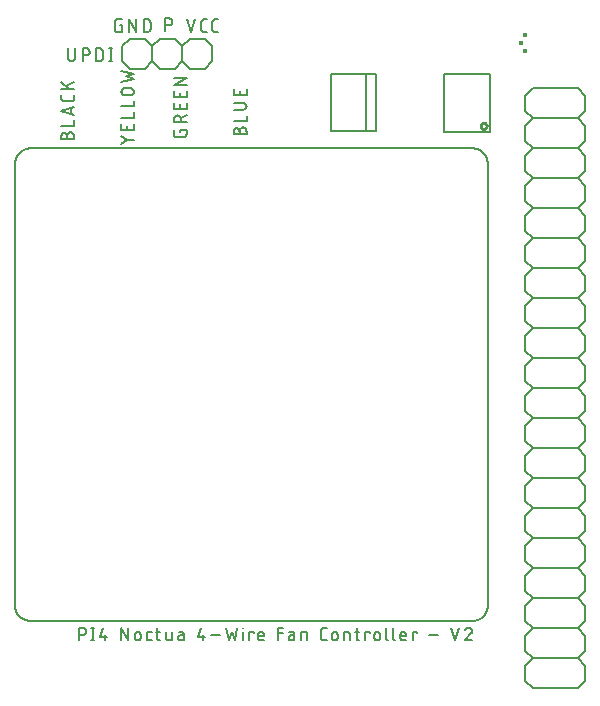
<source format=gbr>
G04 EAGLE Gerber RS-274X export*
G75*
%MOMM*%
%FSLAX34Y34*%
%LPD*%
%INSilkscreen Top*%
%IPPOS*%
%AMOC8*
5,1,8,0,0,1.08239X$1,22.5*%
G01*
%ADD10C,0.203200*%
%ADD11C,0.152400*%
%ADD12C,0.254000*%
%ADD13R,0.425000X0.325000*%
%ADD14R,0.350000X0.350000*%


D10*
X76422Y50229D02*
X76422Y60897D01*
X79386Y60897D01*
X79386Y60896D02*
X79493Y60894D01*
X79600Y60888D01*
X79706Y60879D01*
X79812Y60865D01*
X79918Y60848D01*
X80023Y60827D01*
X80127Y60802D01*
X80230Y60773D01*
X80332Y60741D01*
X80433Y60705D01*
X80532Y60665D01*
X80630Y60622D01*
X80726Y60575D01*
X80821Y60525D01*
X80914Y60472D01*
X81004Y60415D01*
X81093Y60355D01*
X81179Y60292D01*
X81263Y60226D01*
X81345Y60156D01*
X81424Y60084D01*
X81500Y60009D01*
X81574Y59931D01*
X81644Y59851D01*
X81712Y59768D01*
X81777Y59683D01*
X81838Y59596D01*
X81897Y59506D01*
X81952Y59414D01*
X82004Y59321D01*
X82052Y59225D01*
X82097Y59128D01*
X82139Y59030D01*
X82176Y58930D01*
X82211Y58828D01*
X82241Y58726D01*
X82268Y58622D01*
X82291Y58518D01*
X82310Y58412D01*
X82325Y58306D01*
X82337Y58200D01*
X82345Y58093D01*
X82349Y57986D01*
X82349Y57880D01*
X82345Y57773D01*
X82337Y57666D01*
X82325Y57560D01*
X82310Y57454D01*
X82291Y57348D01*
X82268Y57244D01*
X82241Y57140D01*
X82211Y57038D01*
X82176Y56936D01*
X82139Y56836D01*
X82097Y56738D01*
X82052Y56641D01*
X82004Y56545D01*
X81952Y56451D01*
X81897Y56360D01*
X81838Y56270D01*
X81777Y56183D01*
X81712Y56098D01*
X81644Y56015D01*
X81574Y55935D01*
X81500Y55857D01*
X81424Y55782D01*
X81345Y55710D01*
X81263Y55640D01*
X81179Y55574D01*
X81093Y55511D01*
X81004Y55451D01*
X80914Y55394D01*
X80821Y55341D01*
X80726Y55291D01*
X80630Y55244D01*
X80532Y55201D01*
X80433Y55161D01*
X80332Y55125D01*
X80230Y55093D01*
X80127Y55064D01*
X80023Y55039D01*
X79918Y55018D01*
X79812Y55001D01*
X79706Y54987D01*
X79600Y54978D01*
X79493Y54972D01*
X79386Y54970D01*
X76422Y54970D01*
X87895Y50229D02*
X87895Y60897D01*
X86709Y50229D02*
X89080Y50229D01*
X89080Y60897D02*
X86709Y60897D01*
X96446Y60897D02*
X94075Y52599D01*
X100002Y52599D01*
X98224Y50229D02*
X98224Y54970D01*
X111982Y50229D02*
X111982Y60897D01*
X117909Y50229D01*
X117909Y60897D01*
X123624Y54970D02*
X123624Y52599D01*
X123623Y54970D02*
X123625Y55067D01*
X123631Y55163D01*
X123641Y55259D01*
X123655Y55355D01*
X123672Y55450D01*
X123694Y55545D01*
X123719Y55638D01*
X123748Y55730D01*
X123781Y55821D01*
X123818Y55911D01*
X123858Y55999D01*
X123902Y56085D01*
X123949Y56169D01*
X123999Y56252D01*
X124053Y56332D01*
X124111Y56410D01*
X124171Y56486D01*
X124234Y56559D01*
X124300Y56629D01*
X124370Y56697D01*
X124441Y56762D01*
X124516Y56824D01*
X124593Y56882D01*
X124672Y56938D01*
X124753Y56990D01*
X124837Y57039D01*
X124922Y57085D01*
X125009Y57127D01*
X125098Y57165D01*
X125188Y57200D01*
X125280Y57231D01*
X125373Y57258D01*
X125466Y57282D01*
X125561Y57301D01*
X125657Y57317D01*
X125753Y57329D01*
X125849Y57337D01*
X125946Y57341D01*
X126042Y57341D01*
X126139Y57337D01*
X126235Y57329D01*
X126331Y57317D01*
X126427Y57301D01*
X126522Y57282D01*
X126615Y57258D01*
X126708Y57231D01*
X126800Y57200D01*
X126890Y57165D01*
X126979Y57127D01*
X127066Y57085D01*
X127151Y57039D01*
X127235Y56990D01*
X127316Y56938D01*
X127395Y56882D01*
X127472Y56824D01*
X127547Y56762D01*
X127618Y56697D01*
X127688Y56629D01*
X127754Y56559D01*
X127817Y56486D01*
X127877Y56410D01*
X127935Y56332D01*
X127989Y56252D01*
X128039Y56169D01*
X128086Y56085D01*
X128130Y55999D01*
X128170Y55911D01*
X128207Y55821D01*
X128240Y55730D01*
X128269Y55638D01*
X128294Y55545D01*
X128316Y55450D01*
X128333Y55355D01*
X128347Y55259D01*
X128357Y55163D01*
X128363Y55067D01*
X128365Y54970D01*
X128365Y52599D01*
X128363Y52502D01*
X128357Y52406D01*
X128347Y52310D01*
X128333Y52214D01*
X128316Y52119D01*
X128294Y52024D01*
X128269Y51931D01*
X128240Y51839D01*
X128207Y51748D01*
X128170Y51658D01*
X128130Y51570D01*
X128086Y51484D01*
X128039Y51400D01*
X127989Y51317D01*
X127935Y51237D01*
X127877Y51159D01*
X127817Y51083D01*
X127754Y51010D01*
X127688Y50940D01*
X127618Y50872D01*
X127547Y50807D01*
X127472Y50745D01*
X127395Y50687D01*
X127316Y50631D01*
X127235Y50579D01*
X127151Y50530D01*
X127066Y50484D01*
X126979Y50442D01*
X126890Y50404D01*
X126800Y50369D01*
X126708Y50338D01*
X126615Y50311D01*
X126522Y50287D01*
X126427Y50268D01*
X126331Y50252D01*
X126235Y50240D01*
X126139Y50232D01*
X126042Y50228D01*
X125946Y50228D01*
X125849Y50232D01*
X125753Y50240D01*
X125657Y50252D01*
X125561Y50268D01*
X125466Y50287D01*
X125373Y50311D01*
X125280Y50338D01*
X125188Y50369D01*
X125098Y50404D01*
X125009Y50442D01*
X124922Y50484D01*
X124837Y50530D01*
X124753Y50579D01*
X124672Y50631D01*
X124593Y50687D01*
X124516Y50745D01*
X124441Y50807D01*
X124370Y50872D01*
X124300Y50940D01*
X124234Y51010D01*
X124171Y51083D01*
X124111Y51159D01*
X124053Y51237D01*
X123999Y51317D01*
X123949Y51400D01*
X123902Y51484D01*
X123858Y51570D01*
X123818Y51658D01*
X123781Y51748D01*
X123748Y51839D01*
X123719Y51931D01*
X123694Y52024D01*
X123672Y52119D01*
X123655Y52214D01*
X123641Y52310D01*
X123631Y52406D01*
X123625Y52502D01*
X123623Y52599D01*
X135328Y50229D02*
X137698Y50229D01*
X135328Y50229D02*
X135246Y50231D01*
X135164Y50237D01*
X135082Y50246D01*
X135001Y50259D01*
X134921Y50276D01*
X134841Y50297D01*
X134763Y50321D01*
X134686Y50349D01*
X134610Y50380D01*
X134535Y50415D01*
X134463Y50454D01*
X134392Y50495D01*
X134323Y50540D01*
X134257Y50588D01*
X134192Y50639D01*
X134130Y50693D01*
X134071Y50750D01*
X134014Y50809D01*
X133960Y50871D01*
X133909Y50936D01*
X133861Y51002D01*
X133816Y51071D01*
X133775Y51142D01*
X133736Y51214D01*
X133701Y51289D01*
X133670Y51365D01*
X133642Y51442D01*
X133618Y51520D01*
X133597Y51600D01*
X133580Y51680D01*
X133567Y51761D01*
X133558Y51843D01*
X133552Y51925D01*
X133550Y52007D01*
X133550Y55563D01*
X133552Y55645D01*
X133558Y55727D01*
X133567Y55809D01*
X133580Y55890D01*
X133597Y55970D01*
X133618Y56050D01*
X133642Y56128D01*
X133670Y56205D01*
X133701Y56281D01*
X133736Y56356D01*
X133775Y56428D01*
X133816Y56499D01*
X133861Y56568D01*
X133909Y56634D01*
X133960Y56699D01*
X134014Y56761D01*
X134071Y56820D01*
X134130Y56877D01*
X134192Y56931D01*
X134257Y56982D01*
X134323Y57030D01*
X134392Y57075D01*
X134463Y57116D01*
X134535Y57155D01*
X134610Y57190D01*
X134686Y57221D01*
X134763Y57249D01*
X134841Y57273D01*
X134921Y57294D01*
X135001Y57311D01*
X135082Y57324D01*
X135164Y57333D01*
X135246Y57339D01*
X135328Y57341D01*
X137698Y57341D01*
X141223Y57341D02*
X144779Y57341D01*
X142408Y60897D02*
X142408Y52007D01*
X142410Y51925D01*
X142416Y51843D01*
X142425Y51761D01*
X142438Y51680D01*
X142455Y51600D01*
X142476Y51520D01*
X142500Y51442D01*
X142528Y51365D01*
X142559Y51289D01*
X142594Y51214D01*
X142633Y51142D01*
X142674Y51071D01*
X142719Y51002D01*
X142767Y50936D01*
X142818Y50871D01*
X142872Y50809D01*
X142929Y50750D01*
X142988Y50693D01*
X143050Y50639D01*
X143115Y50588D01*
X143181Y50540D01*
X143250Y50495D01*
X143321Y50454D01*
X143393Y50415D01*
X143468Y50380D01*
X143544Y50349D01*
X143621Y50321D01*
X143699Y50297D01*
X143779Y50276D01*
X143859Y50259D01*
X143940Y50246D01*
X144022Y50237D01*
X144104Y50231D01*
X144186Y50229D01*
X144779Y50229D01*
X149913Y52007D02*
X149913Y57341D01*
X149913Y52007D02*
X149915Y51925D01*
X149921Y51843D01*
X149930Y51761D01*
X149943Y51680D01*
X149960Y51600D01*
X149981Y51520D01*
X150005Y51442D01*
X150033Y51365D01*
X150064Y51289D01*
X150099Y51214D01*
X150138Y51142D01*
X150179Y51071D01*
X150224Y51002D01*
X150272Y50936D01*
X150323Y50871D01*
X150377Y50809D01*
X150434Y50750D01*
X150493Y50693D01*
X150555Y50639D01*
X150620Y50588D01*
X150686Y50540D01*
X150755Y50495D01*
X150826Y50454D01*
X150898Y50415D01*
X150973Y50380D01*
X151049Y50349D01*
X151126Y50321D01*
X151204Y50297D01*
X151284Y50276D01*
X151364Y50259D01*
X151445Y50246D01*
X151527Y50237D01*
X151609Y50231D01*
X151691Y50229D01*
X154654Y50229D01*
X154654Y57341D01*
X162186Y54377D02*
X164853Y54377D01*
X162186Y54377D02*
X162097Y54375D01*
X162008Y54369D01*
X161919Y54360D01*
X161831Y54346D01*
X161743Y54329D01*
X161656Y54308D01*
X161571Y54284D01*
X161486Y54255D01*
X161403Y54223D01*
X161321Y54188D01*
X161240Y54149D01*
X161162Y54107D01*
X161085Y54061D01*
X161011Y54012D01*
X160938Y53960D01*
X160868Y53904D01*
X160800Y53846D01*
X160735Y53785D01*
X160673Y53721D01*
X160613Y53655D01*
X160557Y53586D01*
X160503Y53515D01*
X160452Y53441D01*
X160405Y53366D01*
X160361Y53288D01*
X160320Y53209D01*
X160283Y53128D01*
X160249Y53045D01*
X160219Y52961D01*
X160193Y52876D01*
X160170Y52789D01*
X160151Y52702D01*
X160135Y52614D01*
X160124Y52526D01*
X160116Y52437D01*
X160112Y52348D01*
X160112Y52258D01*
X160116Y52169D01*
X160124Y52080D01*
X160135Y51992D01*
X160151Y51904D01*
X160170Y51817D01*
X160193Y51730D01*
X160219Y51645D01*
X160249Y51561D01*
X160283Y51478D01*
X160320Y51397D01*
X160361Y51318D01*
X160405Y51240D01*
X160452Y51165D01*
X160503Y51091D01*
X160557Y51020D01*
X160613Y50951D01*
X160673Y50885D01*
X160735Y50821D01*
X160800Y50760D01*
X160868Y50702D01*
X160938Y50646D01*
X161011Y50594D01*
X161085Y50545D01*
X161162Y50499D01*
X161240Y50457D01*
X161321Y50418D01*
X161403Y50383D01*
X161486Y50351D01*
X161571Y50322D01*
X161656Y50298D01*
X161743Y50277D01*
X161831Y50260D01*
X161919Y50246D01*
X162008Y50237D01*
X162097Y50231D01*
X162186Y50229D01*
X164853Y50229D01*
X164853Y55563D01*
X164851Y55645D01*
X164845Y55727D01*
X164836Y55809D01*
X164823Y55890D01*
X164806Y55970D01*
X164785Y56050D01*
X164761Y56128D01*
X164733Y56205D01*
X164702Y56281D01*
X164667Y56356D01*
X164628Y56428D01*
X164587Y56499D01*
X164542Y56568D01*
X164494Y56634D01*
X164443Y56699D01*
X164389Y56761D01*
X164332Y56820D01*
X164273Y56877D01*
X164211Y56931D01*
X164146Y56982D01*
X164080Y57030D01*
X164011Y57075D01*
X163940Y57116D01*
X163868Y57155D01*
X163793Y57190D01*
X163717Y57221D01*
X163640Y57249D01*
X163562Y57273D01*
X163482Y57294D01*
X163402Y57311D01*
X163321Y57324D01*
X163239Y57333D01*
X163157Y57339D01*
X163075Y57341D01*
X160704Y57341D01*
X176752Y52599D02*
X179123Y60897D01*
X176752Y52599D02*
X182679Y52599D01*
X180901Y50229D02*
X180901Y54970D01*
X188351Y54377D02*
X195463Y54377D01*
X200882Y60897D02*
X203253Y50229D01*
X205623Y57341D01*
X207994Y50229D01*
X210365Y60897D01*
X215148Y57341D02*
X215148Y50229D01*
X214852Y60304D02*
X214852Y60897D01*
X215445Y60897D01*
X215445Y60304D01*
X214852Y60304D01*
X220497Y57341D02*
X220497Y50229D01*
X220497Y57341D02*
X224053Y57341D01*
X224053Y56155D01*
X229796Y50229D02*
X232759Y50229D01*
X229796Y50229D02*
X229714Y50231D01*
X229632Y50237D01*
X229550Y50246D01*
X229469Y50259D01*
X229389Y50276D01*
X229309Y50297D01*
X229231Y50321D01*
X229154Y50349D01*
X229078Y50380D01*
X229003Y50415D01*
X228931Y50454D01*
X228860Y50495D01*
X228791Y50540D01*
X228725Y50588D01*
X228660Y50639D01*
X228598Y50693D01*
X228539Y50750D01*
X228482Y50809D01*
X228428Y50871D01*
X228377Y50936D01*
X228329Y51002D01*
X228284Y51071D01*
X228243Y51142D01*
X228204Y51214D01*
X228169Y51289D01*
X228138Y51365D01*
X228110Y51442D01*
X228086Y51520D01*
X228065Y51600D01*
X228048Y51680D01*
X228035Y51761D01*
X228026Y51843D01*
X228020Y51925D01*
X228018Y52007D01*
X228018Y54970D01*
X228017Y54970D02*
X228019Y55067D01*
X228025Y55163D01*
X228035Y55259D01*
X228049Y55355D01*
X228066Y55450D01*
X228088Y55545D01*
X228113Y55638D01*
X228142Y55730D01*
X228175Y55821D01*
X228212Y55911D01*
X228252Y55999D01*
X228296Y56085D01*
X228343Y56169D01*
X228393Y56252D01*
X228447Y56332D01*
X228505Y56410D01*
X228565Y56486D01*
X228628Y56559D01*
X228694Y56629D01*
X228764Y56697D01*
X228835Y56762D01*
X228910Y56824D01*
X228987Y56882D01*
X229066Y56938D01*
X229147Y56990D01*
X229231Y57039D01*
X229316Y57085D01*
X229403Y57127D01*
X229492Y57165D01*
X229582Y57200D01*
X229674Y57231D01*
X229767Y57258D01*
X229860Y57282D01*
X229955Y57301D01*
X230051Y57317D01*
X230147Y57329D01*
X230243Y57337D01*
X230340Y57341D01*
X230436Y57341D01*
X230533Y57337D01*
X230629Y57329D01*
X230725Y57317D01*
X230821Y57301D01*
X230916Y57282D01*
X231009Y57258D01*
X231102Y57231D01*
X231194Y57200D01*
X231284Y57165D01*
X231373Y57127D01*
X231460Y57085D01*
X231545Y57039D01*
X231629Y56990D01*
X231710Y56938D01*
X231789Y56882D01*
X231866Y56824D01*
X231941Y56762D01*
X232012Y56697D01*
X232082Y56629D01*
X232148Y56559D01*
X232211Y56486D01*
X232271Y56410D01*
X232329Y56332D01*
X232383Y56252D01*
X232433Y56169D01*
X232480Y56085D01*
X232524Y55999D01*
X232564Y55911D01*
X232601Y55821D01*
X232634Y55730D01*
X232663Y55638D01*
X232688Y55545D01*
X232710Y55450D01*
X232727Y55355D01*
X232741Y55259D01*
X232751Y55163D01*
X232757Y55067D01*
X232759Y54970D01*
X232759Y53785D01*
X228018Y53785D01*
X244604Y50229D02*
X244604Y60897D01*
X249345Y60897D01*
X249345Y56155D02*
X244604Y56155D01*
X255912Y54377D02*
X258579Y54377D01*
X255912Y54377D02*
X255823Y54375D01*
X255734Y54369D01*
X255645Y54360D01*
X255557Y54346D01*
X255469Y54329D01*
X255382Y54308D01*
X255297Y54284D01*
X255212Y54255D01*
X255129Y54223D01*
X255047Y54188D01*
X254966Y54149D01*
X254888Y54107D01*
X254811Y54061D01*
X254737Y54012D01*
X254664Y53960D01*
X254594Y53904D01*
X254526Y53846D01*
X254461Y53785D01*
X254399Y53721D01*
X254339Y53655D01*
X254283Y53586D01*
X254229Y53515D01*
X254178Y53441D01*
X254131Y53366D01*
X254087Y53288D01*
X254046Y53209D01*
X254009Y53128D01*
X253975Y53045D01*
X253945Y52961D01*
X253919Y52876D01*
X253896Y52789D01*
X253877Y52702D01*
X253861Y52614D01*
X253850Y52526D01*
X253842Y52437D01*
X253838Y52348D01*
X253838Y52258D01*
X253842Y52169D01*
X253850Y52080D01*
X253861Y51992D01*
X253877Y51904D01*
X253896Y51817D01*
X253919Y51730D01*
X253945Y51645D01*
X253975Y51561D01*
X254009Y51478D01*
X254046Y51397D01*
X254087Y51318D01*
X254131Y51240D01*
X254178Y51165D01*
X254229Y51091D01*
X254283Y51020D01*
X254339Y50951D01*
X254399Y50885D01*
X254461Y50821D01*
X254526Y50760D01*
X254594Y50702D01*
X254664Y50646D01*
X254737Y50594D01*
X254811Y50545D01*
X254888Y50499D01*
X254966Y50457D01*
X255047Y50418D01*
X255129Y50383D01*
X255212Y50351D01*
X255297Y50322D01*
X255382Y50298D01*
X255469Y50277D01*
X255557Y50260D01*
X255645Y50246D01*
X255734Y50237D01*
X255823Y50231D01*
X255912Y50229D01*
X258579Y50229D01*
X258579Y55563D01*
X258577Y55645D01*
X258571Y55727D01*
X258562Y55809D01*
X258549Y55890D01*
X258532Y55970D01*
X258511Y56050D01*
X258487Y56128D01*
X258459Y56205D01*
X258428Y56281D01*
X258393Y56356D01*
X258354Y56428D01*
X258313Y56499D01*
X258268Y56568D01*
X258220Y56634D01*
X258169Y56699D01*
X258115Y56761D01*
X258058Y56820D01*
X257999Y56877D01*
X257937Y56931D01*
X257872Y56982D01*
X257806Y57030D01*
X257737Y57075D01*
X257666Y57116D01*
X257594Y57155D01*
X257519Y57190D01*
X257443Y57221D01*
X257366Y57249D01*
X257288Y57273D01*
X257208Y57294D01*
X257128Y57311D01*
X257047Y57324D01*
X256965Y57333D01*
X256883Y57339D01*
X256801Y57341D01*
X254430Y57341D01*
X264594Y57341D02*
X264594Y50229D01*
X264594Y57341D02*
X267557Y57341D01*
X267639Y57339D01*
X267721Y57333D01*
X267803Y57324D01*
X267884Y57311D01*
X267964Y57294D01*
X268044Y57273D01*
X268122Y57249D01*
X268199Y57221D01*
X268275Y57190D01*
X268350Y57155D01*
X268422Y57116D01*
X268493Y57075D01*
X268562Y57030D01*
X268628Y56982D01*
X268693Y56931D01*
X268755Y56877D01*
X268814Y56820D01*
X268871Y56761D01*
X268925Y56699D01*
X268976Y56634D01*
X269024Y56568D01*
X269069Y56499D01*
X269110Y56428D01*
X269149Y56356D01*
X269184Y56281D01*
X269215Y56205D01*
X269243Y56128D01*
X269267Y56050D01*
X269288Y55970D01*
X269305Y55890D01*
X269318Y55809D01*
X269327Y55727D01*
X269333Y55645D01*
X269335Y55563D01*
X269335Y50229D01*
X283467Y50229D02*
X285837Y50229D01*
X283467Y50228D02*
X283372Y50230D01*
X283276Y50236D01*
X283181Y50245D01*
X283087Y50259D01*
X282993Y50276D01*
X282900Y50297D01*
X282807Y50322D01*
X282716Y50350D01*
X282626Y50382D01*
X282538Y50418D01*
X282451Y50457D01*
X282365Y50500D01*
X282282Y50546D01*
X282200Y50595D01*
X282120Y50648D01*
X282043Y50704D01*
X281967Y50762D01*
X281895Y50824D01*
X281825Y50889D01*
X281757Y50957D01*
X281692Y51027D01*
X281630Y51099D01*
X281572Y51175D01*
X281516Y51252D01*
X281463Y51332D01*
X281414Y51414D01*
X281368Y51497D01*
X281325Y51583D01*
X281286Y51670D01*
X281250Y51758D01*
X281218Y51848D01*
X281190Y51939D01*
X281165Y52032D01*
X281144Y52125D01*
X281127Y52219D01*
X281113Y52313D01*
X281104Y52408D01*
X281098Y52504D01*
X281096Y52599D01*
X281096Y58526D01*
X281098Y58621D01*
X281104Y58717D01*
X281113Y58812D01*
X281127Y58906D01*
X281144Y59000D01*
X281165Y59093D01*
X281190Y59186D01*
X281218Y59277D01*
X281250Y59367D01*
X281286Y59455D01*
X281325Y59542D01*
X281368Y59628D01*
X281414Y59711D01*
X281463Y59793D01*
X281516Y59873D01*
X281572Y59950D01*
X281630Y60026D01*
X281692Y60098D01*
X281757Y60168D01*
X281825Y60236D01*
X281895Y60301D01*
X281967Y60363D01*
X282043Y60421D01*
X282120Y60477D01*
X282200Y60530D01*
X282281Y60579D01*
X282365Y60625D01*
X282451Y60668D01*
X282538Y60707D01*
X282626Y60743D01*
X282716Y60775D01*
X282807Y60803D01*
X282900Y60828D01*
X282993Y60849D01*
X283087Y60866D01*
X283181Y60880D01*
X283276Y60889D01*
X283371Y60895D01*
X283467Y60897D01*
X285837Y60897D01*
X290502Y54970D02*
X290502Y52599D01*
X290501Y54970D02*
X290503Y55067D01*
X290509Y55163D01*
X290519Y55259D01*
X290533Y55355D01*
X290550Y55450D01*
X290572Y55545D01*
X290597Y55638D01*
X290626Y55730D01*
X290659Y55821D01*
X290696Y55911D01*
X290736Y55999D01*
X290780Y56085D01*
X290827Y56169D01*
X290877Y56252D01*
X290931Y56332D01*
X290989Y56410D01*
X291049Y56486D01*
X291112Y56559D01*
X291178Y56629D01*
X291248Y56697D01*
X291319Y56762D01*
X291394Y56824D01*
X291471Y56882D01*
X291550Y56938D01*
X291631Y56990D01*
X291715Y57039D01*
X291800Y57085D01*
X291887Y57127D01*
X291976Y57165D01*
X292066Y57200D01*
X292158Y57231D01*
X292251Y57258D01*
X292344Y57282D01*
X292439Y57301D01*
X292535Y57317D01*
X292631Y57329D01*
X292727Y57337D01*
X292824Y57341D01*
X292920Y57341D01*
X293017Y57337D01*
X293113Y57329D01*
X293209Y57317D01*
X293305Y57301D01*
X293400Y57282D01*
X293493Y57258D01*
X293586Y57231D01*
X293678Y57200D01*
X293768Y57165D01*
X293857Y57127D01*
X293944Y57085D01*
X294029Y57039D01*
X294113Y56990D01*
X294194Y56938D01*
X294273Y56882D01*
X294350Y56824D01*
X294425Y56762D01*
X294496Y56697D01*
X294566Y56629D01*
X294632Y56559D01*
X294695Y56486D01*
X294755Y56410D01*
X294813Y56332D01*
X294867Y56252D01*
X294917Y56169D01*
X294964Y56085D01*
X295008Y55999D01*
X295048Y55911D01*
X295085Y55821D01*
X295118Y55730D01*
X295147Y55638D01*
X295172Y55545D01*
X295194Y55450D01*
X295211Y55355D01*
X295225Y55259D01*
X295235Y55163D01*
X295241Y55067D01*
X295243Y54970D01*
X295243Y52599D01*
X295241Y52502D01*
X295235Y52406D01*
X295225Y52310D01*
X295211Y52214D01*
X295194Y52119D01*
X295172Y52024D01*
X295147Y51931D01*
X295118Y51839D01*
X295085Y51748D01*
X295048Y51658D01*
X295008Y51570D01*
X294964Y51484D01*
X294917Y51400D01*
X294867Y51317D01*
X294813Y51237D01*
X294755Y51159D01*
X294695Y51083D01*
X294632Y51010D01*
X294566Y50940D01*
X294496Y50872D01*
X294425Y50807D01*
X294350Y50745D01*
X294273Y50687D01*
X294194Y50631D01*
X294113Y50579D01*
X294029Y50530D01*
X293944Y50484D01*
X293857Y50442D01*
X293768Y50404D01*
X293678Y50369D01*
X293586Y50338D01*
X293493Y50311D01*
X293400Y50287D01*
X293305Y50268D01*
X293209Y50252D01*
X293113Y50240D01*
X293017Y50232D01*
X292920Y50228D01*
X292824Y50228D01*
X292727Y50232D01*
X292631Y50240D01*
X292535Y50252D01*
X292439Y50268D01*
X292344Y50287D01*
X292251Y50311D01*
X292158Y50338D01*
X292066Y50369D01*
X291976Y50404D01*
X291887Y50442D01*
X291800Y50484D01*
X291715Y50530D01*
X291631Y50579D01*
X291550Y50631D01*
X291471Y50687D01*
X291394Y50745D01*
X291319Y50807D01*
X291248Y50872D01*
X291178Y50940D01*
X291112Y51010D01*
X291049Y51083D01*
X290989Y51159D01*
X290931Y51237D01*
X290877Y51317D01*
X290827Y51400D01*
X290780Y51484D01*
X290736Y51570D01*
X290696Y51658D01*
X290659Y51748D01*
X290626Y51839D01*
X290597Y51931D01*
X290572Y52024D01*
X290550Y52119D01*
X290533Y52214D01*
X290519Y52310D01*
X290509Y52406D01*
X290503Y52502D01*
X290501Y52599D01*
X300789Y50229D02*
X300789Y57341D01*
X303752Y57341D01*
X303834Y57339D01*
X303916Y57333D01*
X303998Y57324D01*
X304079Y57311D01*
X304159Y57294D01*
X304239Y57273D01*
X304317Y57249D01*
X304394Y57221D01*
X304470Y57190D01*
X304545Y57155D01*
X304617Y57116D01*
X304688Y57075D01*
X304757Y57030D01*
X304823Y56982D01*
X304888Y56931D01*
X304950Y56877D01*
X305009Y56820D01*
X305066Y56761D01*
X305120Y56699D01*
X305171Y56634D01*
X305219Y56568D01*
X305264Y56499D01*
X305305Y56428D01*
X305344Y56356D01*
X305379Y56281D01*
X305410Y56205D01*
X305438Y56128D01*
X305462Y56050D01*
X305483Y55970D01*
X305500Y55890D01*
X305513Y55809D01*
X305522Y55727D01*
X305528Y55645D01*
X305530Y55563D01*
X305530Y50229D01*
X310006Y57341D02*
X313562Y57341D01*
X311191Y60897D02*
X311191Y52007D01*
X311193Y51925D01*
X311199Y51843D01*
X311208Y51761D01*
X311221Y51680D01*
X311238Y51600D01*
X311259Y51520D01*
X311283Y51442D01*
X311311Y51365D01*
X311342Y51289D01*
X311377Y51214D01*
X311416Y51142D01*
X311457Y51071D01*
X311502Y51002D01*
X311550Y50936D01*
X311601Y50871D01*
X311655Y50809D01*
X311712Y50750D01*
X311771Y50693D01*
X311833Y50639D01*
X311898Y50588D01*
X311964Y50540D01*
X312033Y50495D01*
X312104Y50454D01*
X312176Y50415D01*
X312251Y50380D01*
X312327Y50349D01*
X312404Y50321D01*
X312482Y50297D01*
X312562Y50276D01*
X312642Y50259D01*
X312723Y50246D01*
X312805Y50237D01*
X312887Y50231D01*
X312969Y50229D01*
X313562Y50229D01*
X318795Y50229D02*
X318795Y57341D01*
X322351Y57341D01*
X322351Y56155D01*
X326315Y54970D02*
X326315Y52599D01*
X326315Y54970D02*
X326317Y55067D01*
X326323Y55163D01*
X326333Y55259D01*
X326347Y55355D01*
X326364Y55450D01*
X326386Y55545D01*
X326411Y55638D01*
X326440Y55730D01*
X326473Y55821D01*
X326510Y55911D01*
X326550Y55999D01*
X326594Y56085D01*
X326641Y56169D01*
X326691Y56252D01*
X326745Y56332D01*
X326803Y56410D01*
X326863Y56486D01*
X326926Y56559D01*
X326992Y56629D01*
X327062Y56697D01*
X327133Y56762D01*
X327208Y56824D01*
X327285Y56882D01*
X327364Y56938D01*
X327445Y56990D01*
X327529Y57039D01*
X327614Y57085D01*
X327701Y57127D01*
X327790Y57165D01*
X327880Y57200D01*
X327972Y57231D01*
X328065Y57258D01*
X328158Y57282D01*
X328253Y57301D01*
X328349Y57317D01*
X328445Y57329D01*
X328541Y57337D01*
X328638Y57341D01*
X328734Y57341D01*
X328831Y57337D01*
X328927Y57329D01*
X329023Y57317D01*
X329119Y57301D01*
X329214Y57282D01*
X329307Y57258D01*
X329400Y57231D01*
X329492Y57200D01*
X329582Y57165D01*
X329671Y57127D01*
X329758Y57085D01*
X329843Y57039D01*
X329927Y56990D01*
X330008Y56938D01*
X330087Y56882D01*
X330164Y56824D01*
X330239Y56762D01*
X330310Y56697D01*
X330380Y56629D01*
X330446Y56559D01*
X330509Y56486D01*
X330569Y56410D01*
X330627Y56332D01*
X330681Y56252D01*
X330731Y56169D01*
X330778Y56085D01*
X330822Y55999D01*
X330862Y55911D01*
X330899Y55821D01*
X330932Y55730D01*
X330961Y55638D01*
X330986Y55545D01*
X331008Y55450D01*
X331025Y55355D01*
X331039Y55259D01*
X331049Y55163D01*
X331055Y55067D01*
X331057Y54970D01*
X331057Y52599D01*
X331055Y52502D01*
X331049Y52406D01*
X331039Y52310D01*
X331025Y52214D01*
X331008Y52119D01*
X330986Y52024D01*
X330961Y51931D01*
X330932Y51839D01*
X330899Y51748D01*
X330862Y51658D01*
X330822Y51570D01*
X330778Y51484D01*
X330731Y51400D01*
X330681Y51317D01*
X330627Y51237D01*
X330569Y51159D01*
X330509Y51083D01*
X330446Y51010D01*
X330380Y50940D01*
X330310Y50872D01*
X330239Y50807D01*
X330164Y50745D01*
X330087Y50687D01*
X330008Y50631D01*
X329927Y50579D01*
X329843Y50530D01*
X329758Y50484D01*
X329671Y50442D01*
X329582Y50404D01*
X329492Y50369D01*
X329400Y50338D01*
X329307Y50311D01*
X329214Y50287D01*
X329119Y50268D01*
X329023Y50252D01*
X328927Y50240D01*
X328831Y50232D01*
X328734Y50228D01*
X328638Y50228D01*
X328541Y50232D01*
X328445Y50240D01*
X328349Y50252D01*
X328253Y50268D01*
X328158Y50287D01*
X328065Y50311D01*
X327972Y50338D01*
X327880Y50369D01*
X327790Y50404D01*
X327701Y50442D01*
X327614Y50484D01*
X327529Y50530D01*
X327445Y50579D01*
X327364Y50631D01*
X327285Y50687D01*
X327208Y50745D01*
X327133Y50807D01*
X327062Y50872D01*
X326992Y50940D01*
X326926Y51010D01*
X326863Y51083D01*
X326803Y51159D01*
X326745Y51237D01*
X326691Y51317D01*
X326641Y51400D01*
X326594Y51484D01*
X326550Y51570D01*
X326510Y51658D01*
X326473Y51748D01*
X326440Y51839D01*
X326411Y51931D01*
X326386Y52024D01*
X326364Y52119D01*
X326347Y52214D01*
X326333Y52310D01*
X326323Y52406D01*
X326317Y52502D01*
X326315Y52599D01*
X336255Y52007D02*
X336255Y60897D01*
X336255Y52007D02*
X336257Y51925D01*
X336263Y51843D01*
X336272Y51761D01*
X336285Y51680D01*
X336302Y51600D01*
X336323Y51520D01*
X336347Y51442D01*
X336375Y51365D01*
X336406Y51289D01*
X336441Y51214D01*
X336480Y51142D01*
X336521Y51071D01*
X336566Y51002D01*
X336614Y50936D01*
X336665Y50871D01*
X336719Y50809D01*
X336776Y50750D01*
X336835Y50693D01*
X336897Y50639D01*
X336962Y50588D01*
X337028Y50540D01*
X337097Y50495D01*
X337168Y50454D01*
X337240Y50415D01*
X337315Y50380D01*
X337391Y50349D01*
X337468Y50321D01*
X337546Y50297D01*
X337626Y50276D01*
X337706Y50259D01*
X337787Y50246D01*
X337869Y50237D01*
X337951Y50231D01*
X338033Y50229D01*
X342351Y52007D02*
X342351Y60897D01*
X342351Y52007D02*
X342353Y51925D01*
X342359Y51843D01*
X342368Y51761D01*
X342381Y51680D01*
X342398Y51600D01*
X342419Y51520D01*
X342443Y51442D01*
X342471Y51365D01*
X342502Y51289D01*
X342537Y51214D01*
X342576Y51142D01*
X342617Y51071D01*
X342662Y51002D01*
X342710Y50936D01*
X342761Y50871D01*
X342815Y50809D01*
X342872Y50750D01*
X342931Y50693D01*
X342993Y50639D01*
X343058Y50588D01*
X343124Y50540D01*
X343193Y50495D01*
X343264Y50454D01*
X343336Y50415D01*
X343411Y50380D01*
X343487Y50349D01*
X343564Y50321D01*
X343642Y50297D01*
X343722Y50276D01*
X343802Y50259D01*
X343883Y50246D01*
X343965Y50237D01*
X344047Y50231D01*
X344129Y50229D01*
X350191Y50229D02*
X353155Y50229D01*
X350191Y50229D02*
X350109Y50231D01*
X350027Y50237D01*
X349945Y50246D01*
X349864Y50259D01*
X349784Y50276D01*
X349704Y50297D01*
X349626Y50321D01*
X349549Y50349D01*
X349473Y50380D01*
X349398Y50415D01*
X349326Y50454D01*
X349255Y50495D01*
X349186Y50540D01*
X349120Y50588D01*
X349055Y50639D01*
X348993Y50693D01*
X348934Y50750D01*
X348877Y50809D01*
X348823Y50871D01*
X348772Y50936D01*
X348724Y51002D01*
X348679Y51071D01*
X348638Y51142D01*
X348599Y51214D01*
X348564Y51289D01*
X348533Y51365D01*
X348505Y51442D01*
X348481Y51520D01*
X348460Y51600D01*
X348443Y51680D01*
X348430Y51761D01*
X348421Y51843D01*
X348415Y51925D01*
X348413Y52007D01*
X348413Y54970D01*
X348415Y55067D01*
X348421Y55163D01*
X348431Y55259D01*
X348445Y55355D01*
X348462Y55450D01*
X348484Y55545D01*
X348509Y55638D01*
X348538Y55730D01*
X348571Y55821D01*
X348608Y55911D01*
X348648Y55999D01*
X348692Y56085D01*
X348739Y56169D01*
X348789Y56252D01*
X348843Y56332D01*
X348901Y56410D01*
X348961Y56486D01*
X349024Y56559D01*
X349090Y56629D01*
X349160Y56697D01*
X349231Y56762D01*
X349306Y56824D01*
X349383Y56882D01*
X349462Y56938D01*
X349543Y56990D01*
X349627Y57039D01*
X349712Y57085D01*
X349799Y57127D01*
X349888Y57165D01*
X349978Y57200D01*
X350070Y57231D01*
X350163Y57258D01*
X350256Y57282D01*
X350351Y57301D01*
X350447Y57317D01*
X350543Y57329D01*
X350639Y57337D01*
X350736Y57341D01*
X350832Y57341D01*
X350929Y57337D01*
X351025Y57329D01*
X351121Y57317D01*
X351217Y57301D01*
X351312Y57282D01*
X351405Y57258D01*
X351498Y57231D01*
X351590Y57200D01*
X351680Y57165D01*
X351769Y57127D01*
X351856Y57085D01*
X351941Y57039D01*
X352025Y56990D01*
X352106Y56938D01*
X352185Y56882D01*
X352262Y56824D01*
X352337Y56762D01*
X352408Y56697D01*
X352478Y56629D01*
X352544Y56559D01*
X352607Y56486D01*
X352667Y56410D01*
X352725Y56332D01*
X352779Y56252D01*
X352829Y56169D01*
X352876Y56085D01*
X352920Y55999D01*
X352960Y55911D01*
X352997Y55821D01*
X353030Y55730D01*
X353059Y55638D01*
X353084Y55545D01*
X353106Y55450D01*
X353123Y55355D01*
X353137Y55259D01*
X353147Y55163D01*
X353153Y55067D01*
X353155Y54970D01*
X353155Y53785D01*
X348413Y53785D01*
X358800Y50229D02*
X358800Y57341D01*
X362356Y57341D01*
X362356Y56155D01*
X372755Y54377D02*
X379867Y54377D01*
X391043Y60897D02*
X394599Y50229D01*
X398155Y60897D01*
X406325Y60896D02*
X406427Y60894D01*
X406529Y60888D01*
X406631Y60878D01*
X406732Y60865D01*
X406833Y60847D01*
X406933Y60826D01*
X407032Y60801D01*
X407130Y60772D01*
X407226Y60739D01*
X407322Y60703D01*
X407416Y60663D01*
X407508Y60619D01*
X407599Y60572D01*
X407688Y60521D01*
X407775Y60468D01*
X407859Y60410D01*
X407942Y60350D01*
X408022Y60287D01*
X408099Y60220D01*
X408174Y60151D01*
X408247Y60078D01*
X408316Y60003D01*
X408383Y59926D01*
X408446Y59846D01*
X408506Y59763D01*
X408564Y59679D01*
X408617Y59592D01*
X408668Y59503D01*
X408715Y59412D01*
X408759Y59320D01*
X408799Y59226D01*
X408835Y59130D01*
X408868Y59034D01*
X408897Y58936D01*
X408922Y58837D01*
X408943Y58737D01*
X408961Y58636D01*
X408974Y58535D01*
X408984Y58433D01*
X408990Y58331D01*
X408992Y58229D01*
X406325Y60896D02*
X406209Y60894D01*
X406092Y60888D01*
X405976Y60878D01*
X405861Y60864D01*
X405746Y60847D01*
X405631Y60825D01*
X405518Y60799D01*
X405405Y60770D01*
X405293Y60737D01*
X405183Y60700D01*
X405074Y60659D01*
X404966Y60615D01*
X404860Y60567D01*
X404756Y60515D01*
X404653Y60460D01*
X404552Y60402D01*
X404454Y60340D01*
X404357Y60275D01*
X404263Y60206D01*
X404171Y60134D01*
X404082Y60060D01*
X403995Y59982D01*
X403911Y59901D01*
X403830Y59818D01*
X403752Y59732D01*
X403676Y59643D01*
X403604Y59552D01*
X403535Y59458D01*
X403469Y59362D01*
X403406Y59264D01*
X403347Y59164D01*
X403291Y59062D01*
X403239Y58958D01*
X403190Y58852D01*
X403145Y58745D01*
X403103Y58636D01*
X403066Y58526D01*
X408104Y56154D02*
X408179Y56228D01*
X408251Y56305D01*
X408320Y56385D01*
X408387Y56467D01*
X408450Y56551D01*
X408510Y56638D01*
X408567Y56726D01*
X408621Y56817D01*
X408671Y56910D01*
X408718Y57004D01*
X408761Y57100D01*
X408801Y57198D01*
X408837Y57297D01*
X408870Y57397D01*
X408898Y57499D01*
X408923Y57601D01*
X408945Y57705D01*
X408962Y57809D01*
X408976Y57913D01*
X408985Y58018D01*
X408991Y58124D01*
X408993Y58229D01*
X408103Y56155D02*
X403066Y50229D01*
X408992Y50229D01*
X171260Y565372D02*
X167704Y576040D01*
X174816Y576040D02*
X171260Y565372D01*
X182047Y565372D02*
X184418Y565372D01*
X182047Y565372D02*
X181952Y565374D01*
X181856Y565380D01*
X181761Y565389D01*
X181667Y565403D01*
X181573Y565420D01*
X181480Y565441D01*
X181387Y565466D01*
X181296Y565494D01*
X181206Y565526D01*
X181118Y565562D01*
X181031Y565601D01*
X180945Y565644D01*
X180862Y565690D01*
X180780Y565739D01*
X180700Y565792D01*
X180623Y565848D01*
X180547Y565906D01*
X180475Y565968D01*
X180405Y566033D01*
X180337Y566101D01*
X180272Y566171D01*
X180210Y566243D01*
X180152Y566319D01*
X180096Y566396D01*
X180043Y566476D01*
X179994Y566558D01*
X179948Y566641D01*
X179905Y566727D01*
X179866Y566814D01*
X179830Y566902D01*
X179798Y566992D01*
X179770Y567083D01*
X179745Y567176D01*
X179724Y567269D01*
X179707Y567363D01*
X179693Y567457D01*
X179684Y567552D01*
X179678Y567648D01*
X179676Y567743D01*
X179676Y573670D01*
X179678Y573765D01*
X179684Y573861D01*
X179693Y573956D01*
X179707Y574050D01*
X179724Y574144D01*
X179745Y574237D01*
X179770Y574330D01*
X179798Y574421D01*
X179830Y574511D01*
X179866Y574599D01*
X179905Y574686D01*
X179948Y574772D01*
X179994Y574855D01*
X180043Y574937D01*
X180096Y575017D01*
X180152Y575094D01*
X180210Y575170D01*
X180272Y575242D01*
X180337Y575312D01*
X180405Y575380D01*
X180475Y575445D01*
X180547Y575507D01*
X180623Y575565D01*
X180700Y575621D01*
X180780Y575674D01*
X180861Y575723D01*
X180945Y575769D01*
X181031Y575812D01*
X181118Y575851D01*
X181206Y575887D01*
X181296Y575919D01*
X181387Y575947D01*
X181480Y575972D01*
X181573Y575993D01*
X181667Y576010D01*
X181761Y576024D01*
X181856Y576033D01*
X181951Y576039D01*
X182047Y576041D01*
X182047Y576040D02*
X184418Y576040D01*
X191572Y565372D02*
X193943Y565372D01*
X191572Y565372D02*
X191477Y565374D01*
X191381Y565380D01*
X191286Y565389D01*
X191192Y565403D01*
X191098Y565420D01*
X191005Y565441D01*
X190912Y565466D01*
X190821Y565494D01*
X190731Y565526D01*
X190643Y565562D01*
X190556Y565601D01*
X190470Y565644D01*
X190387Y565690D01*
X190305Y565739D01*
X190225Y565792D01*
X190148Y565848D01*
X190072Y565906D01*
X190000Y565968D01*
X189930Y566033D01*
X189862Y566101D01*
X189797Y566171D01*
X189735Y566243D01*
X189677Y566319D01*
X189621Y566396D01*
X189568Y566476D01*
X189519Y566558D01*
X189473Y566641D01*
X189430Y566727D01*
X189391Y566814D01*
X189355Y566902D01*
X189323Y566992D01*
X189295Y567083D01*
X189270Y567176D01*
X189249Y567269D01*
X189232Y567363D01*
X189218Y567457D01*
X189209Y567552D01*
X189203Y567648D01*
X189201Y567743D01*
X189201Y573670D01*
X189203Y573765D01*
X189209Y573861D01*
X189218Y573956D01*
X189232Y574050D01*
X189249Y574144D01*
X189270Y574237D01*
X189295Y574330D01*
X189323Y574421D01*
X189355Y574511D01*
X189391Y574599D01*
X189430Y574686D01*
X189473Y574772D01*
X189519Y574855D01*
X189568Y574937D01*
X189621Y575017D01*
X189677Y575094D01*
X189735Y575170D01*
X189797Y575242D01*
X189862Y575312D01*
X189930Y575380D01*
X190000Y575445D01*
X190072Y575507D01*
X190148Y575565D01*
X190225Y575621D01*
X190305Y575674D01*
X190386Y575723D01*
X190470Y575769D01*
X190556Y575812D01*
X190643Y575851D01*
X190731Y575887D01*
X190821Y575919D01*
X190912Y575947D01*
X191005Y575972D01*
X191098Y575993D01*
X191192Y576010D01*
X191286Y576024D01*
X191381Y576033D01*
X191476Y576039D01*
X191572Y576041D01*
X191572Y576040D02*
X193943Y576040D01*
X112511Y571299D02*
X110733Y571299D01*
X112511Y571299D02*
X112511Y565372D01*
X108955Y565372D01*
X108860Y565374D01*
X108764Y565380D01*
X108669Y565389D01*
X108575Y565403D01*
X108481Y565420D01*
X108388Y565441D01*
X108295Y565466D01*
X108204Y565494D01*
X108114Y565526D01*
X108026Y565562D01*
X107939Y565601D01*
X107853Y565644D01*
X107769Y565690D01*
X107688Y565739D01*
X107608Y565792D01*
X107531Y565848D01*
X107455Y565906D01*
X107383Y565968D01*
X107313Y566033D01*
X107245Y566101D01*
X107180Y566171D01*
X107118Y566243D01*
X107060Y566319D01*
X107004Y566396D01*
X106951Y566476D01*
X106902Y566558D01*
X106856Y566641D01*
X106813Y566727D01*
X106774Y566814D01*
X106738Y566902D01*
X106706Y566992D01*
X106678Y567083D01*
X106653Y567176D01*
X106632Y567269D01*
X106615Y567363D01*
X106601Y567457D01*
X106592Y567552D01*
X106586Y567648D01*
X106584Y567743D01*
X106585Y567743D02*
X106585Y573670D01*
X106584Y573670D02*
X106586Y573765D01*
X106592Y573861D01*
X106601Y573956D01*
X106615Y574050D01*
X106632Y574144D01*
X106653Y574237D01*
X106678Y574330D01*
X106706Y574421D01*
X106738Y574511D01*
X106774Y574599D01*
X106813Y574686D01*
X106856Y574772D01*
X106902Y574855D01*
X106951Y574937D01*
X107004Y575017D01*
X107060Y575094D01*
X107118Y575170D01*
X107180Y575242D01*
X107245Y575312D01*
X107313Y575380D01*
X107383Y575445D01*
X107455Y575507D01*
X107531Y575565D01*
X107608Y575621D01*
X107688Y575674D01*
X107769Y575723D01*
X107853Y575769D01*
X107939Y575812D01*
X108026Y575851D01*
X108114Y575887D01*
X108204Y575919D01*
X108295Y575947D01*
X108388Y575972D01*
X108481Y575993D01*
X108575Y576010D01*
X108669Y576024D01*
X108764Y576033D01*
X108859Y576039D01*
X108955Y576041D01*
X108955Y576040D02*
X112511Y576040D01*
X118777Y576040D02*
X118777Y565372D01*
X124703Y565372D02*
X118777Y576040D01*
X124703Y576040D02*
X124703Y565372D01*
X130969Y565372D02*
X130969Y576040D01*
X133932Y576040D01*
X134038Y576038D01*
X134143Y576032D01*
X134249Y576023D01*
X134354Y576010D01*
X134458Y575993D01*
X134562Y575972D01*
X134665Y575948D01*
X134767Y575920D01*
X134868Y575888D01*
X134967Y575853D01*
X135066Y575814D01*
X135163Y575772D01*
X135258Y575727D01*
X135352Y575678D01*
X135444Y575625D01*
X135534Y575570D01*
X135622Y575511D01*
X135708Y575449D01*
X135791Y575384D01*
X135872Y575316D01*
X135951Y575246D01*
X136027Y575172D01*
X136101Y575096D01*
X136171Y575017D01*
X136239Y574936D01*
X136304Y574853D01*
X136366Y574767D01*
X136425Y574679D01*
X136480Y574589D01*
X136533Y574497D01*
X136582Y574403D01*
X136627Y574308D01*
X136669Y574211D01*
X136708Y574112D01*
X136743Y574013D01*
X136775Y573912D01*
X136803Y573810D01*
X136827Y573707D01*
X136848Y573603D01*
X136865Y573499D01*
X136878Y573394D01*
X136887Y573288D01*
X136893Y573183D01*
X136895Y573077D01*
X136895Y568336D01*
X136893Y568230D01*
X136887Y568125D01*
X136878Y568019D01*
X136865Y567914D01*
X136848Y567810D01*
X136827Y567706D01*
X136803Y567603D01*
X136775Y567501D01*
X136743Y567400D01*
X136708Y567301D01*
X136669Y567202D01*
X136627Y567105D01*
X136582Y567010D01*
X136533Y566916D01*
X136480Y566824D01*
X136425Y566734D01*
X136366Y566646D01*
X136304Y566560D01*
X136239Y566477D01*
X136171Y566396D01*
X136101Y566317D01*
X136027Y566241D01*
X135951Y566167D01*
X135872Y566097D01*
X135791Y566029D01*
X135708Y565964D01*
X135622Y565902D01*
X135534Y565843D01*
X135444Y565788D01*
X135352Y565735D01*
X135258Y565686D01*
X135163Y565641D01*
X135066Y565599D01*
X134967Y565560D01*
X134868Y565525D01*
X134767Y565493D01*
X134665Y565465D01*
X134562Y565441D01*
X134458Y565420D01*
X134354Y565403D01*
X134249Y565390D01*
X134143Y565381D01*
X134038Y565375D01*
X133932Y565373D01*
X133932Y565372D02*
X130969Y565372D01*
X149447Y566166D02*
X149447Y576834D01*
X152411Y576834D01*
X152518Y576832D01*
X152625Y576826D01*
X152731Y576817D01*
X152837Y576803D01*
X152943Y576786D01*
X153048Y576765D01*
X153152Y576740D01*
X153255Y576711D01*
X153357Y576679D01*
X153458Y576643D01*
X153557Y576603D01*
X153655Y576560D01*
X153751Y576513D01*
X153846Y576463D01*
X153939Y576410D01*
X154029Y576353D01*
X154118Y576293D01*
X154204Y576230D01*
X154288Y576164D01*
X154370Y576094D01*
X154449Y576022D01*
X154525Y575947D01*
X154599Y575869D01*
X154669Y575789D01*
X154737Y575706D01*
X154802Y575621D01*
X154863Y575534D01*
X154922Y575444D01*
X154977Y575353D01*
X155029Y575259D01*
X155077Y575163D01*
X155122Y575066D01*
X155164Y574968D01*
X155201Y574868D01*
X155236Y574766D01*
X155266Y574664D01*
X155293Y574560D01*
X155316Y574456D01*
X155335Y574350D01*
X155350Y574244D01*
X155362Y574138D01*
X155370Y574031D01*
X155374Y573924D01*
X155374Y573818D01*
X155370Y573711D01*
X155362Y573604D01*
X155350Y573498D01*
X155335Y573392D01*
X155316Y573286D01*
X155293Y573182D01*
X155266Y573078D01*
X155236Y572976D01*
X155201Y572874D01*
X155164Y572774D01*
X155122Y572676D01*
X155077Y572579D01*
X155029Y572483D01*
X154977Y572390D01*
X154922Y572298D01*
X154863Y572208D01*
X154802Y572121D01*
X154737Y572036D01*
X154669Y571953D01*
X154599Y571873D01*
X154525Y571795D01*
X154449Y571720D01*
X154370Y571648D01*
X154288Y571578D01*
X154204Y571512D01*
X154118Y571449D01*
X154029Y571389D01*
X153939Y571332D01*
X153846Y571279D01*
X153751Y571229D01*
X153655Y571182D01*
X153557Y571139D01*
X153458Y571099D01*
X153357Y571063D01*
X153255Y571031D01*
X153152Y571002D01*
X153048Y570977D01*
X152943Y570956D01*
X152837Y570939D01*
X152731Y570925D01*
X152625Y570916D01*
X152518Y570910D01*
X152411Y570908D01*
X152411Y570907D02*
X149447Y570907D01*
X66897Y551434D02*
X66897Y543729D01*
X66898Y543729D02*
X66900Y543622D01*
X66906Y543515D01*
X66915Y543409D01*
X66929Y543303D01*
X66946Y543197D01*
X66967Y543092D01*
X66992Y542988D01*
X67021Y542885D01*
X67053Y542783D01*
X67089Y542682D01*
X67129Y542583D01*
X67172Y542485D01*
X67219Y542389D01*
X67269Y542294D01*
X67322Y542201D01*
X67379Y542111D01*
X67439Y542022D01*
X67502Y541936D01*
X67568Y541852D01*
X67638Y541770D01*
X67710Y541691D01*
X67785Y541615D01*
X67863Y541541D01*
X67943Y541471D01*
X68026Y541403D01*
X68111Y541338D01*
X68198Y541277D01*
X68288Y541218D01*
X68379Y541163D01*
X68473Y541111D01*
X68569Y541063D01*
X68666Y541018D01*
X68764Y540976D01*
X68864Y540939D01*
X68966Y540904D01*
X69068Y540874D01*
X69172Y540847D01*
X69276Y540824D01*
X69382Y540805D01*
X69488Y540790D01*
X69594Y540778D01*
X69701Y540770D01*
X69808Y540766D01*
X69914Y540766D01*
X70021Y540770D01*
X70128Y540778D01*
X70234Y540790D01*
X70340Y540805D01*
X70446Y540824D01*
X70550Y540847D01*
X70654Y540874D01*
X70756Y540904D01*
X70858Y540939D01*
X70958Y540976D01*
X71056Y541018D01*
X71153Y541063D01*
X71249Y541111D01*
X71342Y541163D01*
X71434Y541218D01*
X71524Y541277D01*
X71611Y541338D01*
X71696Y541403D01*
X71779Y541471D01*
X71859Y541541D01*
X71937Y541615D01*
X72012Y541691D01*
X72084Y541770D01*
X72154Y541852D01*
X72220Y541936D01*
X72283Y542022D01*
X72343Y542111D01*
X72400Y542201D01*
X72453Y542294D01*
X72503Y542389D01*
X72550Y542485D01*
X72593Y542583D01*
X72633Y542682D01*
X72669Y542783D01*
X72701Y542885D01*
X72730Y542988D01*
X72755Y543092D01*
X72776Y543197D01*
X72793Y543303D01*
X72807Y543409D01*
X72816Y543515D01*
X72822Y543622D01*
X72824Y543729D01*
X72824Y551434D01*
X79343Y551434D02*
X79343Y540766D01*
X79343Y551434D02*
X82307Y551434D01*
X82414Y551432D01*
X82521Y551426D01*
X82627Y551417D01*
X82733Y551403D01*
X82839Y551386D01*
X82944Y551365D01*
X83048Y551340D01*
X83151Y551311D01*
X83253Y551279D01*
X83354Y551243D01*
X83453Y551203D01*
X83551Y551160D01*
X83647Y551113D01*
X83742Y551063D01*
X83835Y551010D01*
X83925Y550953D01*
X84014Y550893D01*
X84100Y550830D01*
X84184Y550764D01*
X84266Y550694D01*
X84345Y550622D01*
X84421Y550547D01*
X84495Y550469D01*
X84565Y550389D01*
X84633Y550306D01*
X84698Y550221D01*
X84759Y550134D01*
X84818Y550044D01*
X84873Y549953D01*
X84925Y549859D01*
X84973Y549763D01*
X85018Y549666D01*
X85060Y549568D01*
X85097Y549468D01*
X85132Y549366D01*
X85162Y549264D01*
X85189Y549160D01*
X85212Y549056D01*
X85231Y548950D01*
X85246Y548844D01*
X85258Y548738D01*
X85266Y548631D01*
X85270Y548524D01*
X85270Y548418D01*
X85266Y548311D01*
X85258Y548204D01*
X85246Y548098D01*
X85231Y547992D01*
X85212Y547886D01*
X85189Y547782D01*
X85162Y547678D01*
X85132Y547576D01*
X85097Y547474D01*
X85060Y547374D01*
X85018Y547276D01*
X84973Y547179D01*
X84925Y547083D01*
X84873Y546990D01*
X84818Y546898D01*
X84759Y546808D01*
X84698Y546721D01*
X84633Y546636D01*
X84565Y546553D01*
X84495Y546473D01*
X84421Y546395D01*
X84345Y546320D01*
X84266Y546248D01*
X84184Y546178D01*
X84100Y546112D01*
X84014Y546049D01*
X83925Y545989D01*
X83835Y545932D01*
X83742Y545879D01*
X83647Y545829D01*
X83551Y545782D01*
X83453Y545739D01*
X83354Y545699D01*
X83253Y545663D01*
X83151Y545631D01*
X83048Y545602D01*
X82944Y545577D01*
X82839Y545556D01*
X82733Y545539D01*
X82627Y545525D01*
X82521Y545516D01*
X82414Y545510D01*
X82307Y545508D01*
X82307Y545507D02*
X79343Y545507D01*
X90519Y540766D02*
X90519Y551434D01*
X93483Y551434D01*
X93589Y551432D01*
X93694Y551426D01*
X93800Y551417D01*
X93905Y551404D01*
X94009Y551387D01*
X94113Y551366D01*
X94216Y551342D01*
X94318Y551314D01*
X94419Y551282D01*
X94518Y551247D01*
X94617Y551208D01*
X94714Y551166D01*
X94809Y551121D01*
X94903Y551072D01*
X94995Y551019D01*
X95085Y550964D01*
X95173Y550905D01*
X95259Y550843D01*
X95342Y550778D01*
X95423Y550710D01*
X95502Y550640D01*
X95578Y550566D01*
X95652Y550490D01*
X95722Y550411D01*
X95790Y550330D01*
X95855Y550247D01*
X95917Y550161D01*
X95976Y550073D01*
X96031Y549983D01*
X96084Y549891D01*
X96133Y549797D01*
X96178Y549702D01*
X96220Y549605D01*
X96259Y549506D01*
X96294Y549407D01*
X96326Y549306D01*
X96354Y549204D01*
X96378Y549101D01*
X96399Y548997D01*
X96416Y548893D01*
X96429Y548788D01*
X96438Y548682D01*
X96444Y548577D01*
X96446Y548471D01*
X96446Y543729D01*
X96444Y543623D01*
X96438Y543518D01*
X96429Y543412D01*
X96416Y543307D01*
X96399Y543203D01*
X96378Y543099D01*
X96354Y542996D01*
X96326Y542894D01*
X96294Y542793D01*
X96259Y542694D01*
X96220Y542595D01*
X96178Y542498D01*
X96133Y542403D01*
X96084Y542309D01*
X96031Y542217D01*
X95976Y542127D01*
X95917Y542039D01*
X95855Y541953D01*
X95790Y541870D01*
X95722Y541789D01*
X95652Y541710D01*
X95578Y541634D01*
X95502Y541560D01*
X95423Y541490D01*
X95342Y541422D01*
X95259Y541357D01*
X95173Y541295D01*
X95085Y541236D01*
X94995Y541181D01*
X94903Y541128D01*
X94809Y541079D01*
X94714Y541034D01*
X94617Y540992D01*
X94518Y540953D01*
X94419Y540918D01*
X94318Y540886D01*
X94216Y540858D01*
X94113Y540834D01*
X94009Y540813D01*
X93905Y540796D01*
X93800Y540783D01*
X93694Y540774D01*
X93589Y540768D01*
X93483Y540766D01*
X90519Y540766D01*
X103007Y540766D02*
X103007Y551434D01*
X101822Y540766D02*
X104193Y540766D01*
X104193Y551434D02*
X101822Y551434D01*
D11*
X454025Y511175D02*
X460375Y517525D01*
X454025Y511175D02*
X454025Y498475D01*
X460375Y492125D01*
X454025Y485775D01*
X454025Y473075D01*
X460375Y466725D01*
X454025Y460375D01*
X454025Y447675D01*
X460375Y441325D01*
X454025Y434975D01*
X454025Y422275D01*
X460375Y415925D01*
X454025Y409575D01*
X454025Y396875D01*
X460375Y390525D01*
X454025Y384175D01*
X454025Y371475D01*
X460375Y365125D01*
X460375Y517525D02*
X498475Y517525D01*
X504825Y511175D01*
X504825Y498475D01*
X498475Y492125D01*
X504825Y485775D01*
X504825Y473075D01*
X498475Y466725D01*
X504825Y460375D01*
X504825Y447675D01*
X498475Y441325D01*
X504825Y434975D01*
X504825Y422275D01*
X498475Y415925D01*
X504825Y409575D01*
X504825Y396875D01*
X498475Y390525D01*
X504825Y384175D01*
X504825Y371475D01*
X498475Y365125D01*
X504825Y358775D01*
X504825Y346075D01*
X498475Y339725D01*
X504825Y333375D01*
X504825Y320675D01*
X498475Y314325D01*
X504825Y307975D01*
X504825Y295275D01*
X498475Y288925D01*
X504825Y282575D01*
X504825Y269875D01*
X498475Y263525D01*
X504825Y257175D01*
X504825Y244475D01*
X498475Y238125D01*
X504825Y231775D01*
X504825Y219075D01*
X498475Y212725D01*
X504825Y206375D01*
X504825Y193675D01*
X498475Y187325D01*
X504825Y180975D01*
X504825Y168275D01*
X498475Y161925D01*
X504825Y155575D01*
X504825Y142875D01*
X498475Y136525D01*
X504825Y130175D01*
X504825Y117475D01*
X498475Y111125D01*
X504825Y104775D01*
X504825Y92075D01*
X498475Y85725D01*
X504825Y79375D01*
X504825Y66675D01*
X498475Y60325D01*
X504825Y53975D01*
X504825Y41275D01*
X498475Y34925D01*
X460375Y34925D02*
X454025Y41275D01*
X454025Y53975D01*
X460375Y60325D01*
X454025Y66675D01*
X454025Y79375D01*
X460375Y85725D01*
X454025Y92075D01*
X454025Y104775D01*
X460375Y111125D01*
X454025Y117475D01*
X454025Y130175D01*
X460375Y136525D01*
X454025Y142875D01*
X454025Y155575D01*
X460375Y161925D01*
X454025Y168275D01*
X454025Y180975D01*
X460375Y187325D01*
X454025Y193675D01*
X454025Y206375D01*
X460375Y212725D01*
X454025Y219075D01*
X454025Y231775D01*
X460375Y238125D01*
X454025Y244475D01*
X454025Y257175D01*
X460375Y263525D01*
X454025Y269875D01*
X454025Y282575D01*
X460375Y288925D01*
X454025Y295275D01*
X454025Y307975D01*
X460375Y314325D01*
X454025Y320675D01*
X454025Y333375D01*
X460375Y339725D01*
X454025Y346075D01*
X454025Y358775D01*
X460375Y365125D01*
X460375Y492125D02*
X498475Y492125D01*
X498475Y466725D02*
X460375Y466725D01*
X460375Y441325D02*
X498475Y441325D01*
X498475Y415925D02*
X460375Y415925D01*
X460375Y390525D02*
X498475Y390525D01*
X498475Y365125D02*
X460375Y365125D01*
X460375Y339725D02*
X498475Y339725D01*
X498475Y314325D02*
X460375Y314325D01*
X460375Y288925D02*
X498475Y288925D01*
X498475Y263525D02*
X460375Y263525D01*
X460375Y238125D02*
X498475Y238125D01*
X498475Y212725D02*
X460375Y212725D01*
X460375Y187325D02*
X498475Y187325D01*
X498475Y161925D02*
X460375Y161925D01*
X460375Y136525D02*
X498475Y136525D01*
X498475Y111125D02*
X460375Y111125D01*
X460375Y85725D02*
X498475Y85725D01*
X498475Y60325D02*
X460375Y60325D01*
X460375Y34925D02*
X498475Y34925D01*
X504825Y28575D01*
X504825Y15875D01*
X498475Y9525D01*
X460375Y9525D02*
X454025Y15875D01*
X454025Y28575D01*
X460375Y34925D01*
X460375Y9525D02*
X498475Y9525D01*
X409525Y466725D02*
X34925Y466725D01*
X34618Y466721D01*
X34311Y466710D01*
X34005Y466692D01*
X33699Y466666D01*
X33394Y466632D01*
X33090Y466592D01*
X32787Y466544D01*
X32485Y466488D01*
X32185Y466426D01*
X31886Y466356D01*
X31589Y466279D01*
X31293Y466195D01*
X31000Y466103D01*
X30710Y466005D01*
X30422Y465900D01*
X30136Y465787D01*
X29853Y465668D01*
X29573Y465542D01*
X29296Y465410D01*
X29023Y465270D01*
X28753Y465124D01*
X28487Y464972D01*
X28224Y464813D01*
X27965Y464648D01*
X27711Y464477D01*
X27460Y464300D01*
X27214Y464116D01*
X26972Y463927D01*
X26736Y463732D01*
X26503Y463531D01*
X26276Y463325D01*
X26054Y463113D01*
X25837Y462896D01*
X25625Y462674D01*
X25419Y462447D01*
X25218Y462214D01*
X25023Y461978D01*
X24834Y461736D01*
X24650Y461490D01*
X24473Y461239D01*
X24302Y460985D01*
X24137Y460726D01*
X23978Y460463D01*
X23826Y460197D01*
X23680Y459927D01*
X23540Y459654D01*
X23408Y459377D01*
X23282Y459097D01*
X23163Y458814D01*
X23050Y458528D01*
X22945Y458240D01*
X22847Y457950D01*
X22755Y457657D01*
X22671Y457361D01*
X22594Y457064D01*
X22524Y456765D01*
X22462Y456465D01*
X22406Y456163D01*
X22358Y455860D01*
X22318Y455556D01*
X22284Y455251D01*
X22258Y454945D01*
X22240Y454639D01*
X22229Y454332D01*
X22225Y454025D01*
X22225Y79425D01*
X22229Y79118D01*
X22240Y78811D01*
X22258Y78505D01*
X22284Y78199D01*
X22318Y77894D01*
X22358Y77590D01*
X22406Y77287D01*
X22462Y76985D01*
X22524Y76685D01*
X22594Y76386D01*
X22671Y76089D01*
X22755Y75793D01*
X22847Y75500D01*
X22945Y75210D01*
X23050Y74922D01*
X23163Y74636D01*
X23282Y74353D01*
X23408Y74073D01*
X23540Y73796D01*
X23680Y73523D01*
X23826Y73253D01*
X23978Y72987D01*
X24137Y72724D01*
X24302Y72465D01*
X24473Y72211D01*
X24650Y71960D01*
X24834Y71714D01*
X25023Y71472D01*
X25218Y71236D01*
X25419Y71003D01*
X25625Y70776D01*
X25837Y70554D01*
X26054Y70337D01*
X26276Y70125D01*
X26503Y69919D01*
X26736Y69718D01*
X26972Y69523D01*
X27214Y69334D01*
X27460Y69150D01*
X27711Y68973D01*
X27965Y68802D01*
X28224Y68637D01*
X28487Y68478D01*
X28753Y68326D01*
X29023Y68180D01*
X29296Y68040D01*
X29573Y67908D01*
X29853Y67782D01*
X30136Y67663D01*
X30422Y67550D01*
X30710Y67445D01*
X31000Y67347D01*
X31293Y67255D01*
X31589Y67171D01*
X31886Y67094D01*
X32185Y67024D01*
X32485Y66962D01*
X32787Y66906D01*
X33090Y66858D01*
X33394Y66818D01*
X33699Y66784D01*
X34005Y66758D01*
X34311Y66740D01*
X34618Y66729D01*
X34925Y66725D01*
X409525Y66725D01*
X409832Y66729D01*
X410139Y66740D01*
X410445Y66758D01*
X410751Y66784D01*
X411056Y66818D01*
X411360Y66858D01*
X411663Y66906D01*
X411965Y66962D01*
X412265Y67024D01*
X412564Y67094D01*
X412861Y67171D01*
X413157Y67255D01*
X413450Y67347D01*
X413740Y67445D01*
X414028Y67550D01*
X414314Y67663D01*
X414597Y67782D01*
X414877Y67908D01*
X415154Y68040D01*
X415427Y68180D01*
X415697Y68326D01*
X415963Y68478D01*
X416226Y68637D01*
X416485Y68802D01*
X416739Y68973D01*
X416990Y69150D01*
X417236Y69334D01*
X417478Y69523D01*
X417714Y69718D01*
X417947Y69919D01*
X418174Y70125D01*
X418396Y70337D01*
X418613Y70554D01*
X418825Y70776D01*
X419031Y71003D01*
X419232Y71236D01*
X419427Y71472D01*
X419616Y71714D01*
X419800Y71960D01*
X419977Y72211D01*
X420148Y72465D01*
X420313Y72724D01*
X420472Y72987D01*
X420624Y73253D01*
X420770Y73523D01*
X420910Y73796D01*
X421042Y74073D01*
X421168Y74353D01*
X421287Y74636D01*
X421400Y74922D01*
X421505Y75210D01*
X421603Y75500D01*
X421695Y75793D01*
X421779Y76089D01*
X421856Y76386D01*
X421926Y76685D01*
X421988Y76985D01*
X422044Y77287D01*
X422092Y77590D01*
X422132Y77894D01*
X422166Y78199D01*
X422192Y78505D01*
X422210Y78811D01*
X422221Y79118D01*
X422225Y79425D01*
X422225Y454025D01*
X422221Y454332D01*
X422210Y454639D01*
X422192Y454945D01*
X422166Y455251D01*
X422132Y455556D01*
X422092Y455860D01*
X422044Y456163D01*
X421988Y456465D01*
X421926Y456765D01*
X421856Y457064D01*
X421779Y457361D01*
X421695Y457657D01*
X421603Y457950D01*
X421505Y458240D01*
X421400Y458528D01*
X421287Y458814D01*
X421168Y459097D01*
X421042Y459377D01*
X420910Y459654D01*
X420770Y459927D01*
X420624Y460197D01*
X420472Y460463D01*
X420313Y460726D01*
X420148Y460985D01*
X419977Y461239D01*
X419800Y461490D01*
X419616Y461736D01*
X419427Y461978D01*
X419232Y462214D01*
X419031Y462447D01*
X418825Y462674D01*
X418613Y462896D01*
X418396Y463113D01*
X418174Y463325D01*
X417947Y463531D01*
X417714Y463732D01*
X417478Y463927D01*
X417236Y464116D01*
X416990Y464300D01*
X416739Y464477D01*
X416485Y464648D01*
X416226Y464813D01*
X415963Y464972D01*
X415697Y465124D01*
X415427Y465270D01*
X415154Y465410D01*
X414877Y465542D01*
X414597Y465668D01*
X414314Y465787D01*
X414028Y465900D01*
X413740Y466005D01*
X413450Y466103D01*
X413157Y466195D01*
X412861Y466279D01*
X412564Y466356D01*
X412265Y466426D01*
X411965Y466488D01*
X411663Y466544D01*
X411360Y466592D01*
X411056Y466632D01*
X410751Y466666D01*
X410445Y466692D01*
X410139Y466710D01*
X409832Y466721D01*
X409525Y466725D01*
D10*
X66082Y474641D02*
X66082Y477605D01*
X66083Y477605D02*
X66085Y477712D01*
X66091Y477819D01*
X66100Y477925D01*
X66114Y478031D01*
X66131Y478137D01*
X66152Y478242D01*
X66177Y478346D01*
X66206Y478449D01*
X66238Y478551D01*
X66274Y478652D01*
X66314Y478751D01*
X66357Y478849D01*
X66404Y478945D01*
X66454Y479040D01*
X66507Y479133D01*
X66564Y479223D01*
X66624Y479312D01*
X66687Y479398D01*
X66753Y479482D01*
X66823Y479564D01*
X66895Y479643D01*
X66970Y479719D01*
X67048Y479793D01*
X67128Y479863D01*
X67211Y479931D01*
X67296Y479996D01*
X67383Y480057D01*
X67473Y480116D01*
X67565Y480171D01*
X67658Y480223D01*
X67754Y480271D01*
X67851Y480316D01*
X67949Y480358D01*
X68049Y480395D01*
X68151Y480430D01*
X68253Y480460D01*
X68357Y480487D01*
X68461Y480510D01*
X68567Y480529D01*
X68673Y480544D01*
X68779Y480556D01*
X68886Y480564D01*
X68993Y480568D01*
X69099Y480568D01*
X69206Y480564D01*
X69313Y480556D01*
X69419Y480544D01*
X69525Y480529D01*
X69631Y480510D01*
X69735Y480487D01*
X69839Y480460D01*
X69941Y480430D01*
X70043Y480395D01*
X70143Y480358D01*
X70241Y480316D01*
X70338Y480271D01*
X70434Y480223D01*
X70528Y480171D01*
X70619Y480116D01*
X70709Y480057D01*
X70796Y479996D01*
X70881Y479931D01*
X70964Y479863D01*
X71044Y479793D01*
X71122Y479719D01*
X71197Y479643D01*
X71269Y479564D01*
X71339Y479482D01*
X71405Y479398D01*
X71468Y479312D01*
X71528Y479223D01*
X71585Y479133D01*
X71638Y479040D01*
X71688Y478945D01*
X71735Y478849D01*
X71778Y478751D01*
X71818Y478652D01*
X71854Y478551D01*
X71886Y478449D01*
X71915Y478346D01*
X71940Y478242D01*
X71961Y478137D01*
X71978Y478031D01*
X71992Y477925D01*
X72001Y477819D01*
X72007Y477712D01*
X72009Y477605D01*
X72009Y474641D01*
X61341Y474641D01*
X61341Y477605D01*
X61343Y477702D01*
X61349Y477798D01*
X61359Y477894D01*
X61373Y477990D01*
X61390Y478085D01*
X61412Y478180D01*
X61437Y478273D01*
X61466Y478365D01*
X61499Y478456D01*
X61536Y478546D01*
X61576Y478634D01*
X61620Y478720D01*
X61667Y478804D01*
X61717Y478887D01*
X61771Y478967D01*
X61829Y479045D01*
X61889Y479121D01*
X61952Y479194D01*
X62018Y479264D01*
X62088Y479332D01*
X62159Y479397D01*
X62234Y479459D01*
X62311Y479517D01*
X62390Y479573D01*
X62471Y479625D01*
X62555Y479674D01*
X62640Y479720D01*
X62727Y479762D01*
X62816Y479800D01*
X62906Y479835D01*
X62998Y479866D01*
X63091Y479893D01*
X63184Y479917D01*
X63279Y479936D01*
X63375Y479952D01*
X63471Y479964D01*
X63567Y479972D01*
X63664Y479976D01*
X63760Y479976D01*
X63857Y479972D01*
X63953Y479964D01*
X64049Y479952D01*
X64145Y479936D01*
X64240Y479917D01*
X64333Y479893D01*
X64426Y479866D01*
X64518Y479835D01*
X64608Y479800D01*
X64697Y479762D01*
X64784Y479720D01*
X64869Y479674D01*
X64953Y479625D01*
X65034Y479573D01*
X65113Y479517D01*
X65190Y479459D01*
X65265Y479397D01*
X65336Y479332D01*
X65406Y479264D01*
X65472Y479194D01*
X65535Y479121D01*
X65595Y479045D01*
X65653Y478967D01*
X65707Y478887D01*
X65757Y478804D01*
X65804Y478720D01*
X65848Y478634D01*
X65888Y478546D01*
X65925Y478456D01*
X65958Y478365D01*
X65987Y478273D01*
X66012Y478180D01*
X66034Y478085D01*
X66051Y477990D01*
X66065Y477894D01*
X66075Y477798D01*
X66081Y477702D01*
X66083Y477605D01*
X61341Y485851D02*
X72009Y485851D01*
X72009Y490593D01*
X72009Y494750D02*
X61341Y498306D01*
X72009Y501862D01*
X69342Y500973D02*
X69342Y495639D01*
X72009Y509093D02*
X72009Y511464D01*
X72009Y509093D02*
X72007Y508998D01*
X72001Y508902D01*
X71992Y508807D01*
X71978Y508713D01*
X71961Y508619D01*
X71940Y508526D01*
X71915Y508433D01*
X71887Y508342D01*
X71855Y508252D01*
X71819Y508164D01*
X71780Y508077D01*
X71737Y507991D01*
X71691Y507908D01*
X71642Y507826D01*
X71589Y507746D01*
X71533Y507669D01*
X71475Y507593D01*
X71413Y507521D01*
X71348Y507451D01*
X71280Y507383D01*
X71210Y507318D01*
X71138Y507256D01*
X71062Y507198D01*
X70985Y507142D01*
X70905Y507089D01*
X70824Y507040D01*
X70740Y506994D01*
X70654Y506951D01*
X70567Y506912D01*
X70479Y506876D01*
X70389Y506844D01*
X70298Y506816D01*
X70205Y506791D01*
X70112Y506770D01*
X70018Y506753D01*
X69924Y506739D01*
X69829Y506730D01*
X69734Y506724D01*
X69638Y506722D01*
X69638Y506723D02*
X63712Y506723D01*
X63712Y506722D02*
X63617Y506724D01*
X63521Y506730D01*
X63426Y506739D01*
X63332Y506753D01*
X63238Y506770D01*
X63145Y506791D01*
X63052Y506816D01*
X62961Y506844D01*
X62871Y506876D01*
X62783Y506912D01*
X62696Y506951D01*
X62610Y506994D01*
X62527Y507040D01*
X62445Y507089D01*
X62365Y507142D01*
X62288Y507198D01*
X62212Y507256D01*
X62140Y507318D01*
X62070Y507383D01*
X62002Y507451D01*
X61937Y507521D01*
X61875Y507593D01*
X61817Y507669D01*
X61761Y507746D01*
X61708Y507826D01*
X61659Y507907D01*
X61613Y507991D01*
X61570Y508077D01*
X61531Y508164D01*
X61495Y508252D01*
X61463Y508342D01*
X61435Y508433D01*
X61410Y508526D01*
X61389Y508619D01*
X61372Y508713D01*
X61358Y508807D01*
X61349Y508902D01*
X61343Y508997D01*
X61341Y509093D01*
X61341Y511464D01*
X61341Y516932D02*
X72009Y516932D01*
X67860Y516932D02*
X61341Y522859D01*
X65490Y519303D02*
X72009Y522859D01*
X112141Y469985D02*
X117179Y473541D01*
X112141Y477097D01*
X117179Y473541D02*
X122809Y473541D01*
X122809Y482422D02*
X122809Y487164D01*
X122809Y482422D02*
X112141Y482422D01*
X112141Y487164D01*
X116882Y485978D02*
X116882Y482422D01*
X112141Y492328D02*
X122809Y492328D01*
X122809Y497070D01*
X122809Y502234D02*
X112141Y502234D01*
X122809Y502234D02*
X122809Y506976D01*
X119846Y511725D02*
X115104Y511725D01*
X115104Y511726D02*
X114997Y511728D01*
X114890Y511734D01*
X114784Y511743D01*
X114678Y511757D01*
X114572Y511774D01*
X114467Y511795D01*
X114363Y511820D01*
X114260Y511849D01*
X114158Y511881D01*
X114057Y511917D01*
X113958Y511957D01*
X113860Y512000D01*
X113764Y512047D01*
X113669Y512097D01*
X113576Y512150D01*
X113486Y512207D01*
X113397Y512267D01*
X113311Y512330D01*
X113227Y512396D01*
X113145Y512466D01*
X113066Y512538D01*
X112990Y512613D01*
X112916Y512691D01*
X112846Y512771D01*
X112778Y512854D01*
X112713Y512939D01*
X112652Y513026D01*
X112593Y513116D01*
X112538Y513208D01*
X112486Y513301D01*
X112438Y513397D01*
X112393Y513494D01*
X112351Y513592D01*
X112314Y513692D01*
X112279Y513794D01*
X112249Y513896D01*
X112222Y514000D01*
X112199Y514104D01*
X112180Y514210D01*
X112165Y514316D01*
X112153Y514422D01*
X112145Y514529D01*
X112141Y514636D01*
X112141Y514742D01*
X112145Y514849D01*
X112153Y514956D01*
X112165Y515062D01*
X112180Y515168D01*
X112199Y515274D01*
X112222Y515378D01*
X112249Y515482D01*
X112279Y515584D01*
X112314Y515686D01*
X112351Y515786D01*
X112393Y515884D01*
X112438Y515981D01*
X112486Y516077D01*
X112538Y516171D01*
X112593Y516262D01*
X112652Y516352D01*
X112713Y516439D01*
X112778Y516524D01*
X112846Y516607D01*
X112916Y516687D01*
X112990Y516765D01*
X113066Y516840D01*
X113145Y516912D01*
X113227Y516982D01*
X113311Y517048D01*
X113397Y517111D01*
X113486Y517171D01*
X113576Y517228D01*
X113669Y517281D01*
X113764Y517331D01*
X113860Y517378D01*
X113958Y517421D01*
X114057Y517461D01*
X114158Y517497D01*
X114260Y517529D01*
X114363Y517558D01*
X114467Y517583D01*
X114572Y517604D01*
X114678Y517621D01*
X114784Y517635D01*
X114890Y517644D01*
X114997Y517650D01*
X115104Y517652D01*
X119846Y517652D01*
X119953Y517650D01*
X120060Y517644D01*
X120166Y517635D01*
X120272Y517621D01*
X120378Y517604D01*
X120483Y517583D01*
X120587Y517558D01*
X120690Y517529D01*
X120792Y517497D01*
X120893Y517461D01*
X120992Y517421D01*
X121090Y517378D01*
X121186Y517331D01*
X121281Y517281D01*
X121374Y517228D01*
X121464Y517171D01*
X121553Y517111D01*
X121639Y517048D01*
X121723Y516982D01*
X121805Y516912D01*
X121884Y516840D01*
X121960Y516765D01*
X122034Y516687D01*
X122104Y516607D01*
X122172Y516524D01*
X122237Y516439D01*
X122298Y516352D01*
X122357Y516262D01*
X122412Y516171D01*
X122464Y516077D01*
X122512Y515981D01*
X122557Y515884D01*
X122599Y515786D01*
X122636Y515686D01*
X122671Y515584D01*
X122701Y515482D01*
X122728Y515378D01*
X122751Y515274D01*
X122770Y515168D01*
X122785Y515062D01*
X122797Y514956D01*
X122805Y514849D01*
X122809Y514742D01*
X122809Y514636D01*
X122805Y514529D01*
X122797Y514422D01*
X122785Y514316D01*
X122770Y514210D01*
X122751Y514104D01*
X122728Y514000D01*
X122701Y513896D01*
X122671Y513794D01*
X122636Y513692D01*
X122599Y513592D01*
X122557Y513494D01*
X122512Y513397D01*
X122464Y513301D01*
X122412Y513208D01*
X122357Y513116D01*
X122298Y513026D01*
X122237Y512939D01*
X122172Y512854D01*
X122104Y512771D01*
X122034Y512691D01*
X121960Y512613D01*
X121884Y512538D01*
X121805Y512466D01*
X121723Y512396D01*
X121639Y512330D01*
X121553Y512267D01*
X121464Y512207D01*
X121374Y512150D01*
X121281Y512097D01*
X121186Y512047D01*
X121090Y512000D01*
X120992Y511957D01*
X120893Y511917D01*
X120792Y511881D01*
X120690Y511849D01*
X120587Y511820D01*
X120483Y511795D01*
X120378Y511774D01*
X120272Y511757D01*
X120166Y511743D01*
X120060Y511734D01*
X119953Y511728D01*
X119846Y511726D01*
X112141Y522901D02*
X122809Y525272D01*
X115697Y527643D01*
X122809Y530013D01*
X112141Y532384D01*
X161332Y482219D02*
X161332Y480441D01*
X161332Y482219D02*
X167259Y482219D01*
X167259Y478663D01*
X167257Y478568D01*
X167251Y478472D01*
X167242Y478377D01*
X167228Y478283D01*
X167211Y478189D01*
X167190Y478096D01*
X167165Y478003D01*
X167137Y477912D01*
X167105Y477822D01*
X167069Y477734D01*
X167030Y477647D01*
X166987Y477561D01*
X166941Y477478D01*
X166892Y477396D01*
X166839Y477316D01*
X166783Y477239D01*
X166725Y477163D01*
X166663Y477091D01*
X166598Y477021D01*
X166530Y476953D01*
X166460Y476888D01*
X166388Y476826D01*
X166312Y476768D01*
X166235Y476712D01*
X166155Y476659D01*
X166074Y476610D01*
X165990Y476564D01*
X165904Y476521D01*
X165817Y476482D01*
X165729Y476446D01*
X165639Y476414D01*
X165548Y476386D01*
X165455Y476361D01*
X165362Y476340D01*
X165268Y476323D01*
X165174Y476309D01*
X165079Y476300D01*
X164984Y476294D01*
X164888Y476292D01*
X158962Y476292D01*
X158867Y476294D01*
X158771Y476300D01*
X158676Y476309D01*
X158582Y476323D01*
X158488Y476340D01*
X158395Y476361D01*
X158302Y476386D01*
X158211Y476414D01*
X158121Y476446D01*
X158033Y476482D01*
X157946Y476521D01*
X157860Y476564D01*
X157777Y476610D01*
X157695Y476659D01*
X157615Y476712D01*
X157538Y476768D01*
X157462Y476826D01*
X157390Y476888D01*
X157320Y476953D01*
X157252Y477021D01*
X157187Y477091D01*
X157125Y477163D01*
X157067Y477239D01*
X157011Y477316D01*
X156958Y477396D01*
X156909Y477477D01*
X156863Y477561D01*
X156820Y477647D01*
X156781Y477734D01*
X156745Y477822D01*
X156713Y477912D01*
X156685Y478003D01*
X156660Y478096D01*
X156639Y478189D01*
X156622Y478283D01*
X156608Y478377D01*
X156599Y478472D01*
X156593Y478567D01*
X156591Y478663D01*
X156591Y482219D01*
X156591Y488595D02*
X167259Y488595D01*
X156591Y488595D02*
X156591Y491558D01*
X156593Y491665D01*
X156599Y491772D01*
X156608Y491878D01*
X156622Y491984D01*
X156639Y492090D01*
X156660Y492195D01*
X156685Y492299D01*
X156714Y492402D01*
X156746Y492504D01*
X156782Y492605D01*
X156822Y492704D01*
X156865Y492802D01*
X156912Y492898D01*
X156962Y492993D01*
X157015Y493086D01*
X157072Y493176D01*
X157132Y493265D01*
X157195Y493351D01*
X157261Y493435D01*
X157331Y493517D01*
X157403Y493596D01*
X157478Y493672D01*
X157556Y493746D01*
X157636Y493816D01*
X157719Y493884D01*
X157804Y493949D01*
X157891Y494010D01*
X157981Y494069D01*
X158073Y494124D01*
X158166Y494176D01*
X158262Y494224D01*
X158359Y494269D01*
X158457Y494311D01*
X158557Y494348D01*
X158659Y494383D01*
X158761Y494413D01*
X158865Y494440D01*
X158969Y494463D01*
X159075Y494482D01*
X159181Y494497D01*
X159287Y494509D01*
X159394Y494517D01*
X159501Y494521D01*
X159607Y494521D01*
X159714Y494517D01*
X159821Y494509D01*
X159927Y494497D01*
X160033Y494482D01*
X160139Y494463D01*
X160243Y494440D01*
X160347Y494413D01*
X160449Y494383D01*
X160551Y494348D01*
X160651Y494311D01*
X160749Y494269D01*
X160846Y494224D01*
X160942Y494176D01*
X161036Y494124D01*
X161127Y494069D01*
X161217Y494010D01*
X161304Y493949D01*
X161389Y493884D01*
X161472Y493816D01*
X161552Y493746D01*
X161630Y493672D01*
X161705Y493596D01*
X161777Y493517D01*
X161847Y493435D01*
X161913Y493351D01*
X161976Y493265D01*
X162036Y493176D01*
X162093Y493086D01*
X162146Y492993D01*
X162196Y492898D01*
X162243Y492802D01*
X162286Y492704D01*
X162326Y492605D01*
X162362Y492504D01*
X162394Y492402D01*
X162423Y492299D01*
X162448Y492195D01*
X162469Y492090D01*
X162486Y491984D01*
X162500Y491878D01*
X162509Y491772D01*
X162515Y491665D01*
X162517Y491558D01*
X162518Y491558D02*
X162518Y488595D01*
X162518Y492151D02*
X167259Y494522D01*
X167259Y500329D02*
X167259Y505071D01*
X167259Y500329D02*
X156591Y500329D01*
X156591Y505071D01*
X161332Y503885D02*
X161332Y500329D01*
X167259Y510235D02*
X167259Y514977D01*
X167259Y510235D02*
X156591Y510235D01*
X156591Y514977D01*
X161332Y513791D02*
X161332Y510235D01*
X156591Y520107D02*
X167259Y520107D01*
X167259Y526034D02*
X156591Y520107D01*
X156591Y526034D02*
X167259Y526034D01*
X212132Y481423D02*
X212132Y478460D01*
X212133Y481423D02*
X212135Y481530D01*
X212141Y481637D01*
X212150Y481743D01*
X212164Y481849D01*
X212181Y481955D01*
X212202Y482060D01*
X212227Y482164D01*
X212256Y482267D01*
X212288Y482369D01*
X212324Y482470D01*
X212364Y482569D01*
X212407Y482667D01*
X212454Y482763D01*
X212504Y482858D01*
X212557Y482951D01*
X212614Y483041D01*
X212674Y483130D01*
X212737Y483216D01*
X212803Y483300D01*
X212873Y483382D01*
X212945Y483461D01*
X213020Y483537D01*
X213098Y483611D01*
X213178Y483681D01*
X213261Y483749D01*
X213346Y483814D01*
X213433Y483875D01*
X213523Y483934D01*
X213615Y483989D01*
X213708Y484041D01*
X213804Y484089D01*
X213901Y484134D01*
X213999Y484176D01*
X214099Y484213D01*
X214201Y484248D01*
X214303Y484278D01*
X214407Y484305D01*
X214511Y484328D01*
X214617Y484347D01*
X214723Y484362D01*
X214829Y484374D01*
X214936Y484382D01*
X215043Y484386D01*
X215149Y484386D01*
X215256Y484382D01*
X215363Y484374D01*
X215469Y484362D01*
X215575Y484347D01*
X215681Y484328D01*
X215785Y484305D01*
X215889Y484278D01*
X215991Y484248D01*
X216093Y484213D01*
X216193Y484176D01*
X216291Y484134D01*
X216388Y484089D01*
X216484Y484041D01*
X216578Y483989D01*
X216669Y483934D01*
X216759Y483875D01*
X216846Y483814D01*
X216931Y483749D01*
X217014Y483681D01*
X217094Y483611D01*
X217172Y483537D01*
X217247Y483461D01*
X217319Y483382D01*
X217389Y483300D01*
X217455Y483216D01*
X217518Y483130D01*
X217578Y483041D01*
X217635Y482951D01*
X217688Y482858D01*
X217738Y482763D01*
X217785Y482667D01*
X217828Y482569D01*
X217868Y482470D01*
X217904Y482369D01*
X217936Y482267D01*
X217965Y482164D01*
X217990Y482060D01*
X218011Y481955D01*
X218028Y481849D01*
X218042Y481743D01*
X218051Y481637D01*
X218057Y481530D01*
X218059Y481423D01*
X218059Y478460D01*
X207391Y478460D01*
X207391Y481423D01*
X207393Y481520D01*
X207399Y481616D01*
X207409Y481712D01*
X207423Y481808D01*
X207440Y481903D01*
X207462Y481998D01*
X207487Y482091D01*
X207516Y482183D01*
X207549Y482274D01*
X207586Y482364D01*
X207626Y482452D01*
X207670Y482538D01*
X207717Y482622D01*
X207767Y482705D01*
X207821Y482785D01*
X207879Y482863D01*
X207939Y482939D01*
X208002Y483012D01*
X208068Y483082D01*
X208138Y483150D01*
X208209Y483215D01*
X208284Y483277D01*
X208361Y483335D01*
X208440Y483391D01*
X208521Y483443D01*
X208605Y483492D01*
X208690Y483538D01*
X208777Y483580D01*
X208866Y483618D01*
X208956Y483653D01*
X209048Y483684D01*
X209141Y483711D01*
X209234Y483735D01*
X209329Y483754D01*
X209425Y483770D01*
X209521Y483782D01*
X209617Y483790D01*
X209714Y483794D01*
X209810Y483794D01*
X209907Y483790D01*
X210003Y483782D01*
X210099Y483770D01*
X210195Y483754D01*
X210290Y483735D01*
X210383Y483711D01*
X210476Y483684D01*
X210568Y483653D01*
X210658Y483618D01*
X210747Y483580D01*
X210834Y483538D01*
X210919Y483492D01*
X211003Y483443D01*
X211084Y483391D01*
X211163Y483335D01*
X211240Y483277D01*
X211315Y483215D01*
X211386Y483150D01*
X211456Y483082D01*
X211522Y483012D01*
X211585Y482939D01*
X211645Y482863D01*
X211703Y482785D01*
X211757Y482705D01*
X211807Y482622D01*
X211854Y482538D01*
X211898Y482452D01*
X211938Y482364D01*
X211975Y482274D01*
X212008Y482183D01*
X212037Y482091D01*
X212062Y481998D01*
X212084Y481903D01*
X212101Y481808D01*
X212115Y481712D01*
X212125Y481616D01*
X212131Y481520D01*
X212133Y481423D01*
X207391Y489670D02*
X218059Y489670D01*
X218059Y494411D01*
X215096Y499542D02*
X207391Y499542D01*
X215096Y499542D02*
X215203Y499544D01*
X215310Y499550D01*
X215416Y499559D01*
X215522Y499573D01*
X215628Y499590D01*
X215733Y499611D01*
X215837Y499636D01*
X215940Y499665D01*
X216042Y499697D01*
X216143Y499733D01*
X216242Y499773D01*
X216340Y499816D01*
X216436Y499863D01*
X216531Y499913D01*
X216624Y499966D01*
X216714Y500023D01*
X216803Y500083D01*
X216889Y500146D01*
X216973Y500212D01*
X217055Y500282D01*
X217134Y500354D01*
X217210Y500429D01*
X217284Y500507D01*
X217354Y500587D01*
X217422Y500670D01*
X217487Y500755D01*
X217548Y500842D01*
X217607Y500932D01*
X217662Y501024D01*
X217714Y501117D01*
X217762Y501213D01*
X217807Y501310D01*
X217849Y501408D01*
X217886Y501508D01*
X217921Y501610D01*
X217951Y501712D01*
X217978Y501816D01*
X218001Y501920D01*
X218020Y502026D01*
X218035Y502132D01*
X218047Y502238D01*
X218055Y502345D01*
X218059Y502452D01*
X218059Y502558D01*
X218055Y502665D01*
X218047Y502772D01*
X218035Y502878D01*
X218020Y502984D01*
X218001Y503090D01*
X217978Y503194D01*
X217951Y503298D01*
X217921Y503400D01*
X217886Y503502D01*
X217849Y503602D01*
X217807Y503700D01*
X217762Y503797D01*
X217714Y503893D01*
X217662Y503987D01*
X217607Y504078D01*
X217548Y504168D01*
X217487Y504255D01*
X217422Y504340D01*
X217354Y504423D01*
X217284Y504503D01*
X217210Y504581D01*
X217134Y504656D01*
X217055Y504728D01*
X216973Y504798D01*
X216889Y504864D01*
X216803Y504927D01*
X216714Y504987D01*
X216624Y505044D01*
X216531Y505097D01*
X216436Y505147D01*
X216340Y505194D01*
X216242Y505237D01*
X216143Y505277D01*
X216042Y505313D01*
X215940Y505345D01*
X215837Y505374D01*
X215733Y505399D01*
X215628Y505420D01*
X215522Y505437D01*
X215416Y505451D01*
X215310Y505460D01*
X215203Y505466D01*
X215096Y505468D01*
X215096Y505469D02*
X207391Y505469D01*
X218059Y511768D02*
X218059Y516509D01*
X218059Y511768D02*
X207391Y511768D01*
X207391Y516509D01*
X212132Y515324D02*
X212132Y511768D01*
X289769Y529619D02*
X319594Y529619D01*
X327769Y529619D01*
X327769Y481619D01*
X319594Y481619D01*
X289769Y481619D01*
X289769Y529619D01*
X319594Y529619D02*
X319594Y481619D01*
X385313Y480325D02*
X385313Y529325D01*
X424313Y529325D01*
X424313Y480325D01*
X385313Y480325D01*
D12*
X416243Y485775D02*
X416245Y485875D01*
X416251Y485976D01*
X416261Y486075D01*
X416275Y486175D01*
X416292Y486274D01*
X416314Y486372D01*
X416340Y486469D01*
X416369Y486565D01*
X416402Y486659D01*
X416439Y486753D01*
X416479Y486845D01*
X416523Y486935D01*
X416571Y487023D01*
X416622Y487110D01*
X416676Y487194D01*
X416734Y487276D01*
X416795Y487356D01*
X416859Y487433D01*
X416926Y487508D01*
X416996Y487580D01*
X417069Y487649D01*
X417144Y487715D01*
X417222Y487779D01*
X417302Y487839D01*
X417385Y487896D01*
X417470Y487949D01*
X417557Y487999D01*
X417646Y488046D01*
X417736Y488089D01*
X417828Y488129D01*
X417922Y488165D01*
X418017Y488197D01*
X418113Y488225D01*
X418211Y488250D01*
X418309Y488270D01*
X418408Y488287D01*
X418508Y488300D01*
X418607Y488309D01*
X418708Y488314D01*
X418808Y488315D01*
X418908Y488312D01*
X419009Y488305D01*
X419108Y488294D01*
X419208Y488279D01*
X419306Y488261D01*
X419404Y488238D01*
X419501Y488211D01*
X419596Y488181D01*
X419691Y488147D01*
X419784Y488109D01*
X419875Y488068D01*
X419965Y488023D01*
X420053Y487975D01*
X420139Y487923D01*
X420223Y487868D01*
X420304Y487809D01*
X420383Y487747D01*
X420460Y487683D01*
X420534Y487615D01*
X420605Y487544D01*
X420674Y487471D01*
X420739Y487395D01*
X420802Y487316D01*
X420861Y487235D01*
X420917Y487152D01*
X420970Y487067D01*
X421019Y486979D01*
X421065Y486890D01*
X421107Y486799D01*
X421146Y486706D01*
X421181Y486612D01*
X421212Y486517D01*
X421240Y486420D01*
X421263Y486323D01*
X421283Y486224D01*
X421299Y486125D01*
X421311Y486026D01*
X421319Y485925D01*
X421323Y485825D01*
X421323Y485725D01*
X421319Y485625D01*
X421311Y485524D01*
X421299Y485425D01*
X421283Y485326D01*
X421263Y485227D01*
X421240Y485130D01*
X421212Y485033D01*
X421181Y484938D01*
X421146Y484844D01*
X421107Y484751D01*
X421065Y484660D01*
X421019Y484571D01*
X420970Y484483D01*
X420917Y484398D01*
X420861Y484315D01*
X420802Y484234D01*
X420739Y484155D01*
X420674Y484079D01*
X420605Y484006D01*
X420534Y483935D01*
X420460Y483867D01*
X420383Y483803D01*
X420304Y483741D01*
X420223Y483682D01*
X420139Y483627D01*
X420053Y483575D01*
X419965Y483527D01*
X419875Y483482D01*
X419784Y483441D01*
X419691Y483403D01*
X419596Y483369D01*
X419501Y483339D01*
X419404Y483312D01*
X419306Y483289D01*
X419208Y483271D01*
X419108Y483256D01*
X419009Y483245D01*
X418908Y483238D01*
X418808Y483235D01*
X418708Y483236D01*
X418607Y483241D01*
X418508Y483250D01*
X418408Y483263D01*
X418309Y483280D01*
X418211Y483300D01*
X418113Y483325D01*
X418017Y483353D01*
X417922Y483385D01*
X417828Y483421D01*
X417736Y483461D01*
X417646Y483504D01*
X417557Y483551D01*
X417470Y483601D01*
X417385Y483654D01*
X417302Y483711D01*
X417222Y483771D01*
X417144Y483835D01*
X417069Y483901D01*
X416996Y483970D01*
X416926Y484042D01*
X416859Y484117D01*
X416795Y484194D01*
X416734Y484274D01*
X416676Y484356D01*
X416622Y484440D01*
X416571Y484527D01*
X416523Y484615D01*
X416479Y484705D01*
X416439Y484797D01*
X416402Y484891D01*
X416369Y484985D01*
X416340Y485081D01*
X416314Y485178D01*
X416292Y485276D01*
X416275Y485375D01*
X416261Y485475D01*
X416251Y485574D01*
X416245Y485675D01*
X416243Y485775D01*
D11*
X182563Y534194D02*
X169863Y534194D01*
X163513Y540544D01*
X163513Y553244D01*
X169863Y559594D01*
X163513Y540544D02*
X157163Y534194D01*
X144463Y534194D01*
X138113Y540544D01*
X138113Y553244D01*
X144463Y559594D01*
X157163Y559594D01*
X163513Y553244D01*
X188913Y553244D02*
X188913Y540544D01*
X182563Y534194D01*
X188913Y553244D02*
X182563Y559594D01*
X169863Y559594D01*
X138113Y540544D02*
X131763Y534194D01*
X119063Y534194D01*
X112713Y540544D01*
X112713Y553244D01*
X119063Y559594D01*
X131763Y559594D01*
X138113Y553244D01*
D13*
X454094Y562500D03*
X454094Y548750D03*
D14*
X450219Y555625D03*
M02*

</source>
